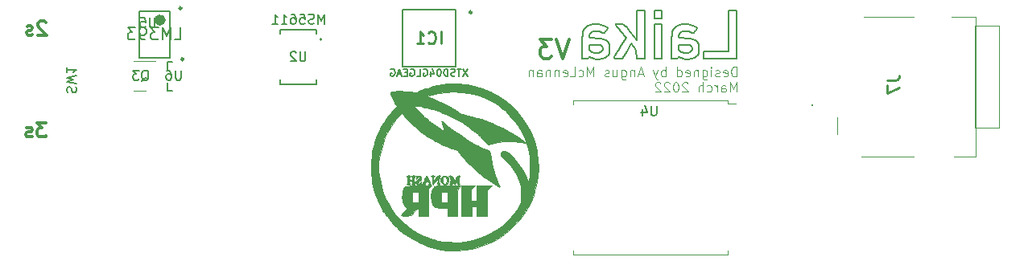
<source format=gbr>
%TF.GenerationSoftware,KiCad,Pcbnew,(6.0.2)*%
%TF.CreationDate,2022-03-31T19:26:32+11:00*%
%TF.ProjectId,Liaka_V3,4c69616b-615f-4563-932e-6b696361645f,2.0*%
%TF.SameCoordinates,Original*%
%TF.FileFunction,Legend,Bot*%
%TF.FilePolarity,Positive*%
%FSLAX46Y46*%
G04 Gerber Fmt 4.6, Leading zero omitted, Abs format (unit mm)*
G04 Created by KiCad (PCBNEW (6.0.2)) date 2022-03-31 19:26:32*
%MOMM*%
%LPD*%
G01*
G04 APERTURE LIST*
%ADD10C,0.187500*%
%ADD11C,0.300000*%
%ADD12C,0.200000*%
%ADD13C,0.100000*%
%ADD14C,0.254000*%
%ADD15C,0.150000*%
%ADD16C,0.120000*%
%ADD17C,0.152400*%
%ADD18C,0.250000*%
%ADD19C,0.249999*%
%ADD20C,0.010000*%
%ADD21C,0.599999*%
G04 APERTURE END LIST*
D10*
X153880628Y-88184485D02*
X153380628Y-88934485D01*
X153380628Y-88184485D02*
X153880628Y-88934485D01*
X153202057Y-88184485D02*
X152773485Y-88184485D01*
X152987771Y-88934485D02*
X152987771Y-88184485D01*
X152559200Y-88898771D02*
X152452057Y-88934485D01*
X152273485Y-88934485D01*
X152202057Y-88898771D01*
X152166342Y-88863057D01*
X152130628Y-88791628D01*
X152130628Y-88720200D01*
X152166342Y-88648771D01*
X152202057Y-88613057D01*
X152273485Y-88577342D01*
X152416342Y-88541628D01*
X152487771Y-88505914D01*
X152523485Y-88470200D01*
X152559200Y-88398771D01*
X152559200Y-88327342D01*
X152523485Y-88255914D01*
X152487771Y-88220200D01*
X152416342Y-88184485D01*
X152237771Y-88184485D01*
X152130628Y-88220200D01*
X151809200Y-88934485D02*
X151809200Y-88184485D01*
X151630628Y-88184485D01*
X151523485Y-88220200D01*
X151452057Y-88291628D01*
X151416342Y-88363057D01*
X151380628Y-88505914D01*
X151380628Y-88613057D01*
X151416342Y-88755914D01*
X151452057Y-88827342D01*
X151523485Y-88898771D01*
X151630628Y-88934485D01*
X151809200Y-88934485D01*
X150916342Y-88184485D02*
X150844914Y-88184485D01*
X150773485Y-88220200D01*
X150737771Y-88255914D01*
X150702057Y-88327342D01*
X150666342Y-88470200D01*
X150666342Y-88648771D01*
X150702057Y-88791628D01*
X150737771Y-88863057D01*
X150773485Y-88898771D01*
X150844914Y-88934485D01*
X150916342Y-88934485D01*
X150987771Y-88898771D01*
X151023485Y-88863057D01*
X151059200Y-88791628D01*
X151094914Y-88648771D01*
X151094914Y-88470200D01*
X151059200Y-88327342D01*
X151023485Y-88255914D01*
X150987771Y-88220200D01*
X150916342Y-88184485D01*
X150023485Y-88434485D02*
X150023485Y-88934485D01*
X150202057Y-88148771D02*
X150380628Y-88684485D01*
X149916342Y-88684485D01*
X149237771Y-88220200D02*
X149309200Y-88184485D01*
X149416342Y-88184485D01*
X149523485Y-88220200D01*
X149594914Y-88291628D01*
X149630628Y-88363057D01*
X149666342Y-88505914D01*
X149666342Y-88613057D01*
X149630628Y-88755914D01*
X149594914Y-88827342D01*
X149523485Y-88898771D01*
X149416342Y-88934485D01*
X149344914Y-88934485D01*
X149237771Y-88898771D01*
X149202057Y-88863057D01*
X149202057Y-88613057D01*
X149344914Y-88613057D01*
X148523485Y-88934485D02*
X148880628Y-88934485D01*
X148880628Y-88184485D01*
X147880628Y-88220200D02*
X147952057Y-88184485D01*
X148059200Y-88184485D01*
X148166342Y-88220200D01*
X148237771Y-88291628D01*
X148273485Y-88363057D01*
X148309200Y-88505914D01*
X148309200Y-88613057D01*
X148273485Y-88755914D01*
X148237771Y-88827342D01*
X148166342Y-88898771D01*
X148059200Y-88934485D01*
X147987771Y-88934485D01*
X147880628Y-88898771D01*
X147844914Y-88863057D01*
X147844914Y-88613057D01*
X147987771Y-88613057D01*
X147523485Y-88541628D02*
X147273485Y-88541628D01*
X147166342Y-88934485D02*
X147523485Y-88934485D01*
X147523485Y-88184485D01*
X147166342Y-88184485D01*
X146880628Y-88720200D02*
X146523485Y-88720200D01*
X146952057Y-88934485D02*
X146702057Y-88184485D01*
X146452057Y-88934485D01*
X145809200Y-88220200D02*
X145880628Y-88184485D01*
X145987771Y-88184485D01*
X146094914Y-88220200D01*
X146166342Y-88291628D01*
X146202057Y-88363057D01*
X146237771Y-88505914D01*
X146237771Y-88613057D01*
X146202057Y-88755914D01*
X146166342Y-88827342D01*
X146094914Y-88898771D01*
X145987771Y-88934485D01*
X145916342Y-88934485D01*
X145809200Y-88898771D01*
X145773485Y-88863057D01*
X145773485Y-88613057D01*
X145916342Y-88613057D01*
D11*
X109565142Y-93844371D02*
X108636571Y-93844371D01*
X109136571Y-94415800D01*
X108922285Y-94415800D01*
X108779428Y-94487228D01*
X108708000Y-94558657D01*
X108636571Y-94701514D01*
X108636571Y-95058657D01*
X108708000Y-95201514D01*
X108779428Y-95272942D01*
X108922285Y-95344371D01*
X109350857Y-95344371D01*
X109493714Y-95272942D01*
X109565142Y-95201514D01*
X108065142Y-95272942D02*
X107922285Y-95344371D01*
X107636571Y-95344371D01*
X107493714Y-95272942D01*
X107422285Y-95130085D01*
X107422285Y-95058657D01*
X107493714Y-94915800D01*
X107636571Y-94844371D01*
X107850857Y-94844371D01*
X107993714Y-94772942D01*
X108065142Y-94630085D01*
X108065142Y-94558657D01*
X107993714Y-94415800D01*
X107850857Y-94344371D01*
X107636571Y-94344371D01*
X107493714Y-94415800D01*
X164534647Y-85061561D02*
X163867980Y-87061561D01*
X163201314Y-85061561D01*
X162725123Y-85061561D02*
X161487028Y-85061561D01*
X162153695Y-85823466D01*
X161867980Y-85823466D01*
X161677504Y-85918704D01*
X161582266Y-86013942D01*
X161487028Y-86204419D01*
X161487028Y-86680609D01*
X161582266Y-86871085D01*
X161677504Y-86966323D01*
X161867980Y-87061561D01*
X162439409Y-87061561D01*
X162629885Y-86966323D01*
X162725123Y-86871085D01*
D12*
X138832885Y-83434180D02*
X138832885Y-82434180D01*
X138499552Y-83148466D01*
X138166219Y-82434180D01*
X138166219Y-83434180D01*
X137737647Y-83386561D02*
X137594790Y-83434180D01*
X137356695Y-83434180D01*
X137261457Y-83386561D01*
X137213838Y-83338942D01*
X137166219Y-83243704D01*
X137166219Y-83148466D01*
X137213838Y-83053228D01*
X137261457Y-83005609D01*
X137356695Y-82957990D01*
X137547171Y-82910371D01*
X137642409Y-82862752D01*
X137690028Y-82815133D01*
X137737647Y-82719895D01*
X137737647Y-82624657D01*
X137690028Y-82529419D01*
X137642409Y-82481800D01*
X137547171Y-82434180D01*
X137309076Y-82434180D01*
X137166219Y-82481800D01*
X136261457Y-82434180D02*
X136737647Y-82434180D01*
X136785266Y-82910371D01*
X136737647Y-82862752D01*
X136642409Y-82815133D01*
X136404314Y-82815133D01*
X136309076Y-82862752D01*
X136261457Y-82910371D01*
X136213838Y-83005609D01*
X136213838Y-83243704D01*
X136261457Y-83338942D01*
X136309076Y-83386561D01*
X136404314Y-83434180D01*
X136642409Y-83434180D01*
X136737647Y-83386561D01*
X136785266Y-83338942D01*
X135356695Y-82434180D02*
X135547171Y-82434180D01*
X135642409Y-82481800D01*
X135690028Y-82529419D01*
X135785266Y-82672276D01*
X135832885Y-82862752D01*
X135832885Y-83243704D01*
X135785266Y-83338942D01*
X135737647Y-83386561D01*
X135642409Y-83434180D01*
X135451933Y-83434180D01*
X135356695Y-83386561D01*
X135309076Y-83338942D01*
X135261457Y-83243704D01*
X135261457Y-83005609D01*
X135309076Y-82910371D01*
X135356695Y-82862752D01*
X135451933Y-82815133D01*
X135642409Y-82815133D01*
X135737647Y-82862752D01*
X135785266Y-82910371D01*
X135832885Y-83005609D01*
X134309076Y-83434180D02*
X134880504Y-83434180D01*
X134594790Y-83434180D02*
X134594790Y-82434180D01*
X134690028Y-82577038D01*
X134785266Y-82672276D01*
X134880504Y-82719895D01*
X133356695Y-83434180D02*
X133928123Y-83434180D01*
X133642409Y-83434180D02*
X133642409Y-82434180D01*
X133737647Y-82577038D01*
X133832885Y-82672276D01*
X133928123Y-82719895D01*
D13*
X182170504Y-88979180D02*
X182170504Y-87979180D01*
X181932409Y-87979180D01*
X181789552Y-88026800D01*
X181694314Y-88122038D01*
X181646695Y-88217276D01*
X181599076Y-88407752D01*
X181599076Y-88550609D01*
X181646695Y-88741085D01*
X181694314Y-88836323D01*
X181789552Y-88931561D01*
X181932409Y-88979180D01*
X182170504Y-88979180D01*
X180789552Y-88931561D02*
X180884790Y-88979180D01*
X181075266Y-88979180D01*
X181170504Y-88931561D01*
X181218123Y-88836323D01*
X181218123Y-88455371D01*
X181170504Y-88360133D01*
X181075266Y-88312514D01*
X180884790Y-88312514D01*
X180789552Y-88360133D01*
X180741933Y-88455371D01*
X180741933Y-88550609D01*
X181218123Y-88645847D01*
X180360980Y-88931561D02*
X180265742Y-88979180D01*
X180075266Y-88979180D01*
X179980028Y-88931561D01*
X179932409Y-88836323D01*
X179932409Y-88788704D01*
X179980028Y-88693466D01*
X180075266Y-88645847D01*
X180218123Y-88645847D01*
X180313361Y-88598228D01*
X180360980Y-88502990D01*
X180360980Y-88455371D01*
X180313361Y-88360133D01*
X180218123Y-88312514D01*
X180075266Y-88312514D01*
X179980028Y-88360133D01*
X179503838Y-88979180D02*
X179503838Y-88312514D01*
X179503838Y-87979180D02*
X179551457Y-88026800D01*
X179503838Y-88074419D01*
X179456219Y-88026800D01*
X179503838Y-87979180D01*
X179503838Y-88074419D01*
X178599076Y-88312514D02*
X178599076Y-89122038D01*
X178646695Y-89217276D01*
X178694314Y-89264895D01*
X178789552Y-89312514D01*
X178932409Y-89312514D01*
X179027647Y-89264895D01*
X178599076Y-88931561D02*
X178694314Y-88979180D01*
X178884790Y-88979180D01*
X178980028Y-88931561D01*
X179027647Y-88883942D01*
X179075266Y-88788704D01*
X179075266Y-88502990D01*
X179027647Y-88407752D01*
X178980028Y-88360133D01*
X178884790Y-88312514D01*
X178694314Y-88312514D01*
X178599076Y-88360133D01*
X178122885Y-88312514D02*
X178122885Y-88979180D01*
X178122885Y-88407752D02*
X178075266Y-88360133D01*
X177980028Y-88312514D01*
X177837171Y-88312514D01*
X177741933Y-88360133D01*
X177694314Y-88455371D01*
X177694314Y-88979180D01*
X176837171Y-88931561D02*
X176932409Y-88979180D01*
X177122885Y-88979180D01*
X177218123Y-88931561D01*
X177265742Y-88836323D01*
X177265742Y-88455371D01*
X177218123Y-88360133D01*
X177122885Y-88312514D01*
X176932409Y-88312514D01*
X176837171Y-88360133D01*
X176789552Y-88455371D01*
X176789552Y-88550609D01*
X177265742Y-88645847D01*
X175932409Y-88979180D02*
X175932409Y-87979180D01*
X175932409Y-88931561D02*
X176027647Y-88979180D01*
X176218123Y-88979180D01*
X176313361Y-88931561D01*
X176360980Y-88883942D01*
X176408600Y-88788704D01*
X176408600Y-88502990D01*
X176360980Y-88407752D01*
X176313361Y-88360133D01*
X176218123Y-88312514D01*
X176027647Y-88312514D01*
X175932409Y-88360133D01*
X174694314Y-88979180D02*
X174694314Y-87979180D01*
X174694314Y-88360133D02*
X174599076Y-88312514D01*
X174408600Y-88312514D01*
X174313361Y-88360133D01*
X174265742Y-88407752D01*
X174218123Y-88502990D01*
X174218123Y-88788704D01*
X174265742Y-88883942D01*
X174313361Y-88931561D01*
X174408600Y-88979180D01*
X174599076Y-88979180D01*
X174694314Y-88931561D01*
X173884790Y-88312514D02*
X173646695Y-88979180D01*
X173408600Y-88312514D02*
X173646695Y-88979180D01*
X173741933Y-89217276D01*
X173789552Y-89264895D01*
X173884790Y-89312514D01*
X172313361Y-88693466D02*
X171837171Y-88693466D01*
X172408600Y-88979180D02*
X172075266Y-87979180D01*
X171741933Y-88979180D01*
X171408600Y-88312514D02*
X171408600Y-88979180D01*
X171408600Y-88407752D02*
X171360980Y-88360133D01*
X171265742Y-88312514D01*
X171122885Y-88312514D01*
X171027647Y-88360133D01*
X170980028Y-88455371D01*
X170980028Y-88979180D01*
X170075266Y-88312514D02*
X170075266Y-89122038D01*
X170122885Y-89217276D01*
X170170504Y-89264895D01*
X170265742Y-89312514D01*
X170408600Y-89312514D01*
X170503838Y-89264895D01*
X170075266Y-88931561D02*
X170170504Y-88979180D01*
X170360980Y-88979180D01*
X170456219Y-88931561D01*
X170503838Y-88883942D01*
X170551457Y-88788704D01*
X170551457Y-88502990D01*
X170503838Y-88407752D01*
X170456219Y-88360133D01*
X170360980Y-88312514D01*
X170170504Y-88312514D01*
X170075266Y-88360133D01*
X169170504Y-88312514D02*
X169170504Y-88979180D01*
X169599076Y-88312514D02*
X169599076Y-88836323D01*
X169551457Y-88931561D01*
X169456219Y-88979180D01*
X169313361Y-88979180D01*
X169218123Y-88931561D01*
X169170504Y-88883942D01*
X168741933Y-88931561D02*
X168646695Y-88979180D01*
X168456219Y-88979180D01*
X168360980Y-88931561D01*
X168313361Y-88836323D01*
X168313361Y-88788704D01*
X168360980Y-88693466D01*
X168456219Y-88645847D01*
X168599076Y-88645847D01*
X168694314Y-88598228D01*
X168741933Y-88502990D01*
X168741933Y-88455371D01*
X168694314Y-88360133D01*
X168599076Y-88312514D01*
X168456219Y-88312514D01*
X168360980Y-88360133D01*
X167122885Y-88979180D02*
X167122885Y-87979180D01*
X166789552Y-88693466D01*
X166456219Y-87979180D01*
X166456219Y-88979180D01*
X165551457Y-88931561D02*
X165646695Y-88979180D01*
X165837171Y-88979180D01*
X165932409Y-88931561D01*
X165980028Y-88883942D01*
X166027647Y-88788704D01*
X166027647Y-88502990D01*
X165980028Y-88407752D01*
X165932409Y-88360133D01*
X165837171Y-88312514D01*
X165646695Y-88312514D01*
X165551457Y-88360133D01*
X164646695Y-88979180D02*
X165122885Y-88979180D01*
X165122885Y-87979180D01*
X163932409Y-88931561D02*
X164027647Y-88979180D01*
X164218123Y-88979180D01*
X164313361Y-88931561D01*
X164360980Y-88836323D01*
X164360980Y-88455371D01*
X164313361Y-88360133D01*
X164218123Y-88312514D01*
X164027647Y-88312514D01*
X163932409Y-88360133D01*
X163884790Y-88455371D01*
X163884790Y-88550609D01*
X164360980Y-88645847D01*
X163456219Y-88312514D02*
X163456219Y-88979180D01*
X163456219Y-88407752D02*
X163408600Y-88360133D01*
X163313361Y-88312514D01*
X163170504Y-88312514D01*
X163075266Y-88360133D01*
X163027647Y-88455371D01*
X163027647Y-88979180D01*
X162551457Y-88312514D02*
X162551457Y-88979180D01*
X162551457Y-88407752D02*
X162503838Y-88360133D01*
X162408600Y-88312514D01*
X162265742Y-88312514D01*
X162170504Y-88360133D01*
X162122885Y-88455371D01*
X162122885Y-88979180D01*
X161218123Y-88979180D02*
X161218123Y-88455371D01*
X161265742Y-88360133D01*
X161360980Y-88312514D01*
X161551457Y-88312514D01*
X161646695Y-88360133D01*
X161218123Y-88931561D02*
X161313361Y-88979180D01*
X161551457Y-88979180D01*
X161646695Y-88931561D01*
X161694314Y-88836323D01*
X161694314Y-88741085D01*
X161646695Y-88645847D01*
X161551457Y-88598228D01*
X161313361Y-88598228D01*
X161218123Y-88550609D01*
X160741933Y-88312514D02*
X160741933Y-88979180D01*
X160741933Y-88407752D02*
X160694314Y-88360133D01*
X160599076Y-88312514D01*
X160456219Y-88312514D01*
X160360980Y-88360133D01*
X160313361Y-88455371D01*
X160313361Y-88979180D01*
X182170504Y-90589180D02*
X182170504Y-89589180D01*
X181837171Y-90303466D01*
X181503838Y-89589180D01*
X181503838Y-90589180D01*
X180599076Y-90589180D02*
X180599076Y-90065371D01*
X180646695Y-89970133D01*
X180741933Y-89922514D01*
X180932409Y-89922514D01*
X181027647Y-89970133D01*
X180599076Y-90541561D02*
X180694314Y-90589180D01*
X180932409Y-90589180D01*
X181027647Y-90541561D01*
X181075266Y-90446323D01*
X181075266Y-90351085D01*
X181027647Y-90255847D01*
X180932409Y-90208228D01*
X180694314Y-90208228D01*
X180599076Y-90160609D01*
X180122885Y-90589180D02*
X180122885Y-89922514D01*
X180122885Y-90112990D02*
X180075266Y-90017752D01*
X180027647Y-89970133D01*
X179932409Y-89922514D01*
X179837171Y-89922514D01*
X179075266Y-90541561D02*
X179170504Y-90589180D01*
X179360980Y-90589180D01*
X179456219Y-90541561D01*
X179503838Y-90493942D01*
X179551457Y-90398704D01*
X179551457Y-90112990D01*
X179503838Y-90017752D01*
X179456219Y-89970133D01*
X179360980Y-89922514D01*
X179170504Y-89922514D01*
X179075266Y-89970133D01*
X178646695Y-90589180D02*
X178646695Y-89589180D01*
X178218123Y-90589180D02*
X178218123Y-90065371D01*
X178265742Y-89970133D01*
X178360980Y-89922514D01*
X178503838Y-89922514D01*
X178599076Y-89970133D01*
X178646695Y-90017752D01*
X177027647Y-89684419D02*
X176980028Y-89636800D01*
X176884790Y-89589180D01*
X176646695Y-89589180D01*
X176551457Y-89636800D01*
X176503838Y-89684419D01*
X176456219Y-89779657D01*
X176456219Y-89874895D01*
X176503838Y-90017752D01*
X177075266Y-90589180D01*
X176456219Y-90589180D01*
X175837171Y-89589180D02*
X175741933Y-89589180D01*
X175646695Y-89636800D01*
X175599076Y-89684419D01*
X175551457Y-89779657D01*
X175503838Y-89970133D01*
X175503838Y-90208228D01*
X175551457Y-90398704D01*
X175599076Y-90493942D01*
X175646695Y-90541561D01*
X175741933Y-90589180D01*
X175837171Y-90589180D01*
X175932409Y-90541561D01*
X175980028Y-90493942D01*
X176027647Y-90398704D01*
X176075266Y-90208228D01*
X176075266Y-89970133D01*
X176027647Y-89779657D01*
X175980028Y-89684419D01*
X175932409Y-89636800D01*
X175837171Y-89589180D01*
X175122885Y-89684419D02*
X175075266Y-89636800D01*
X174980028Y-89589180D01*
X174741933Y-89589180D01*
X174646695Y-89636800D01*
X174599076Y-89684419D01*
X174551457Y-89779657D01*
X174551457Y-89874895D01*
X174599076Y-90017752D01*
X175170504Y-90589180D01*
X174551457Y-90589180D01*
X174170504Y-89684419D02*
X174122885Y-89636800D01*
X174027647Y-89589180D01*
X173789552Y-89589180D01*
X173694314Y-89636800D01*
X173646695Y-89684419D01*
X173599076Y-89779657D01*
X173599076Y-89874895D01*
X173646695Y-90017752D01*
X174218123Y-90589180D01*
X173599076Y-90589180D01*
D11*
X109544514Y-83268428D02*
X109473085Y-83197000D01*
X109330228Y-83125571D01*
X108973085Y-83125571D01*
X108830228Y-83197000D01*
X108758800Y-83268428D01*
X108687371Y-83411285D01*
X108687371Y-83554142D01*
X108758800Y-83768428D01*
X109615942Y-84625571D01*
X108687371Y-84625571D01*
X108115942Y-84554142D02*
X107973085Y-84625571D01*
X107687371Y-84625571D01*
X107544514Y-84554142D01*
X107473085Y-84411285D01*
X107473085Y-84339857D01*
X107544514Y-84197000D01*
X107687371Y-84125571D01*
X107901657Y-84125571D01*
X108044514Y-84054142D01*
X108115942Y-83911285D01*
X108115942Y-83839857D01*
X108044514Y-83697000D01*
X107901657Y-83625571D01*
X107687371Y-83625571D01*
X107544514Y-83697000D01*
D14*
%TO.C,J7*%
X197988523Y-89383236D02*
X198895666Y-89383236D01*
X199077095Y-89322760D01*
X199198047Y-89201808D01*
X199258523Y-89020379D01*
X199258523Y-88899427D01*
X197988523Y-89867046D02*
X197988523Y-90713712D01*
X199258523Y-90169427D01*
D15*
%TO.C,Q3*%
X119602238Y-89447619D02*
X119697476Y-89400000D01*
X119792714Y-89304761D01*
X119935571Y-89161904D01*
X120030809Y-89114285D01*
X120126047Y-89114285D01*
X120078428Y-89352380D02*
X120173666Y-89304761D01*
X120268904Y-89209523D01*
X120316523Y-89019047D01*
X120316523Y-88685714D01*
X120268904Y-88495238D01*
X120173666Y-88400000D01*
X120078428Y-88352380D01*
X119887952Y-88352380D01*
X119792714Y-88400000D01*
X119697476Y-88495238D01*
X119649857Y-88685714D01*
X119649857Y-89019047D01*
X119697476Y-89209523D01*
X119792714Y-89304761D01*
X119887952Y-89352380D01*
X120078428Y-89352380D01*
X119316523Y-88352380D02*
X118697476Y-88352380D01*
X119030809Y-88733333D01*
X118887952Y-88733333D01*
X118792714Y-88780952D01*
X118745095Y-88828571D01*
X118697476Y-88923809D01*
X118697476Y-89161904D01*
X118745095Y-89257142D01*
X118792714Y-89304761D01*
X118887952Y-89352380D01*
X119173666Y-89352380D01*
X119268904Y-89304761D01*
X119316523Y-89257142D01*
%TO.C,U2*%
X136834704Y-86371180D02*
X136834704Y-87180704D01*
X136787085Y-87275942D01*
X136739466Y-87323561D01*
X136644228Y-87371180D01*
X136453752Y-87371180D01*
X136358514Y-87323561D01*
X136310895Y-87275942D01*
X136263276Y-87180704D01*
X136263276Y-86371180D01*
X135834704Y-86466419D02*
X135787085Y-86418800D01*
X135691847Y-86371180D01*
X135453752Y-86371180D01*
X135358514Y-86418800D01*
X135310895Y-86466419D01*
X135263276Y-86561657D01*
X135263276Y-86656895D01*
X135310895Y-86799752D01*
X135882323Y-87371180D01*
X135263276Y-87371180D01*
D14*
%TO.C,IC1*%
X151074361Y-85512123D02*
X151074361Y-84242123D01*
X149743885Y-85391171D02*
X149804361Y-85451647D01*
X149985790Y-85512123D01*
X150106742Y-85512123D01*
X150288171Y-85451647D01*
X150409123Y-85330695D01*
X150469600Y-85209742D01*
X150530076Y-84967838D01*
X150530076Y-84786409D01*
X150469600Y-84544504D01*
X150409123Y-84423552D01*
X150288171Y-84302600D01*
X150106742Y-84242123D01*
X149985790Y-84242123D01*
X149804361Y-84302600D01*
X149743885Y-84363076D01*
X148534361Y-85512123D02*
X149260076Y-85512123D01*
X148897219Y-85512123D02*
X148897219Y-84242123D01*
X149018171Y-84423552D01*
X149139123Y-84544504D01*
X149260076Y-84604980D01*
D15*
%TO.C,SW1*%
X111787038Y-90665133D02*
X111739419Y-90522276D01*
X111739419Y-90284180D01*
X111787038Y-90188942D01*
X111834657Y-90141323D01*
X111929895Y-90093704D01*
X112025133Y-90093704D01*
X112120371Y-90141323D01*
X112167990Y-90188942D01*
X112215609Y-90284180D01*
X112263228Y-90474657D01*
X112310847Y-90569895D01*
X112358466Y-90617514D01*
X112453704Y-90665133D01*
X112548942Y-90665133D01*
X112644180Y-90617514D01*
X112691800Y-90569895D01*
X112739419Y-90474657D01*
X112739419Y-90236561D01*
X112691800Y-90093704D01*
X112739419Y-89760371D02*
X111739419Y-89522276D01*
X112453704Y-89331800D01*
X111739419Y-89141323D01*
X112739419Y-88903228D01*
X111739419Y-87998466D02*
X111739419Y-88569895D01*
X111739419Y-88284180D02*
X112739419Y-88284180D01*
X112596561Y-88379419D01*
X112501323Y-88474657D01*
X112453704Y-88569895D01*
%TO.C,U6*%
X123743404Y-88352380D02*
X123743404Y-89161904D01*
X123695785Y-89257142D01*
X123648166Y-89304761D01*
X123552928Y-89352380D01*
X123362452Y-89352380D01*
X123267214Y-89304761D01*
X123219595Y-89257142D01*
X123171976Y-89161904D01*
X123171976Y-88352380D01*
X122267214Y-88352380D02*
X122457690Y-88352380D01*
X122552928Y-88400000D01*
X122600547Y-88447619D01*
X122695785Y-88590476D01*
X122743404Y-88780952D01*
X122743404Y-89161904D01*
X122695785Y-89257142D01*
X122648166Y-89304761D01*
X122552928Y-89352380D01*
X122362452Y-89352380D01*
X122267214Y-89304761D01*
X122219595Y-89257142D01*
X122171976Y-89161904D01*
X122171976Y-88923809D01*
X122219595Y-88828571D01*
X122267214Y-88780952D01*
X122362452Y-88733333D01*
X122552928Y-88733333D01*
X122648166Y-88780952D01*
X122695785Y-88828571D01*
X122743404Y-88923809D01*
%TO.C,U4*%
X173761304Y-92086180D02*
X173761304Y-92895704D01*
X173713685Y-92990942D01*
X173666066Y-93038561D01*
X173570828Y-93086180D01*
X173380352Y-93086180D01*
X173285114Y-93038561D01*
X173237495Y-92990942D01*
X173189876Y-92895704D01*
X173189876Y-92086180D01*
X172285114Y-92419514D02*
X172285114Y-93086180D01*
X172523209Y-92038561D02*
X172761304Y-92752847D01*
X172142257Y-92752847D01*
%TO.C,U5*%
X121000204Y-82789780D02*
X121000204Y-83599304D01*
X120952585Y-83694542D01*
X120904966Y-83742161D01*
X120809728Y-83789780D01*
X120619252Y-83789780D01*
X120524014Y-83742161D01*
X120476395Y-83694542D01*
X120428776Y-83599304D01*
X120428776Y-82789780D01*
X119476395Y-82789780D02*
X119952585Y-82789780D01*
X120000204Y-83265971D01*
X119952585Y-83218352D01*
X119857347Y-83170733D01*
X119619252Y-83170733D01*
X119524014Y-83218352D01*
X119476395Y-83265971D01*
X119428776Y-83361209D01*
X119428776Y-83599304D01*
X119476395Y-83694542D01*
X119524014Y-83742161D01*
X119619252Y-83789780D01*
X119857347Y-83789780D01*
X119952585Y-83742161D01*
X120000204Y-83694542D01*
X123101704Y-85105723D02*
X123706466Y-85105723D01*
X123706466Y-83835723D01*
X122678371Y-85105723D02*
X122678371Y-83835723D01*
X122255038Y-84742866D01*
X121831704Y-83835723D01*
X121831704Y-85105723D01*
X121347895Y-83835723D02*
X120561704Y-83835723D01*
X120985038Y-84319533D01*
X120803609Y-84319533D01*
X120682657Y-84380009D01*
X120622180Y-84440485D01*
X120561704Y-84561438D01*
X120561704Y-84863819D01*
X120622180Y-84984771D01*
X120682657Y-85045247D01*
X120803609Y-85105723D01*
X121166466Y-85105723D01*
X121287419Y-85045247D01*
X121347895Y-84984771D01*
X119956942Y-85105723D02*
X119715038Y-85105723D01*
X119594085Y-85045247D01*
X119533609Y-84984771D01*
X119412657Y-84803342D01*
X119352180Y-84561438D01*
X119352180Y-84077628D01*
X119412657Y-83956676D01*
X119473133Y-83896200D01*
X119594085Y-83835723D01*
X119835990Y-83835723D01*
X119956942Y-83896200D01*
X120017419Y-83956676D01*
X120077895Y-84077628D01*
X120077895Y-84380009D01*
X120017419Y-84500961D01*
X119956942Y-84561438D01*
X119835990Y-84621914D01*
X119594085Y-84621914D01*
X119473133Y-84561438D01*
X119412657Y-84500961D01*
X119352180Y-84380009D01*
X118928847Y-83835723D02*
X118142657Y-83835723D01*
X118565990Y-84319533D01*
X118384561Y-84319533D01*
X118263609Y-84380009D01*
X118203133Y-84440485D01*
X118142657Y-84561438D01*
X118142657Y-84863819D01*
X118203133Y-84984771D01*
X118263609Y-85045247D01*
X118384561Y-85105723D01*
X118747419Y-85105723D01*
X118868371Y-85045247D01*
X118928847Y-84984771D01*
D13*
%TO.C,J7*%
X204784000Y-82656570D02*
X207284000Y-82656570D01*
X207284000Y-82656570D02*
X207284000Y-82656570D01*
X205034000Y-97406570D02*
X205034000Y-97406570D01*
X207284000Y-97406570D02*
X205034000Y-97406570D01*
X195534000Y-82656570D02*
X195534000Y-82656570D01*
X195284000Y-97406570D02*
X195284000Y-97406570D01*
X200784000Y-97406570D02*
X200784000Y-97406570D01*
X207284000Y-82656570D02*
X204784000Y-82656570D01*
X205034000Y-97406570D02*
X207284000Y-97406570D01*
D12*
X190134000Y-92031570D02*
X190134000Y-92031570D01*
X190134000Y-91931570D02*
X190134000Y-91931570D01*
D13*
X192784000Y-93281570D02*
X192784000Y-95031570D01*
X200784000Y-97406570D02*
X195284000Y-97406570D01*
X200784000Y-82656570D02*
X195534000Y-82656570D01*
X192784000Y-93281570D02*
X192784000Y-93281570D01*
X200784000Y-82656570D02*
X200784000Y-82656570D01*
X192784000Y-95031570D02*
X192784000Y-93281570D01*
X207284000Y-82656570D02*
X207284000Y-97406570D01*
X207284000Y-97406570D02*
X207284000Y-97406570D01*
X207284000Y-97406570D02*
X207284000Y-82656570D01*
X207284000Y-82656570D02*
X207284000Y-82656570D01*
X195284000Y-97406570D02*
X200784000Y-97406570D01*
X207284000Y-97406570D02*
X207284000Y-97406570D01*
X195534000Y-82656570D02*
X200784000Y-82656570D01*
D12*
X190134000Y-91931570D02*
X190134000Y-91931570D01*
D13*
X192784000Y-95031570D02*
X192784000Y-95031570D01*
X204784000Y-82656570D02*
X204784000Y-82656570D01*
D16*
X207273000Y-83666570D02*
X209784000Y-83666570D01*
X209784000Y-83666570D02*
X209784000Y-94396570D01*
X209784000Y-94396570D02*
X207273000Y-94396570D01*
X207273000Y-94396570D02*
X207273000Y-83666570D01*
D12*
X190134000Y-91931570D02*
G75*
G03*
X190134000Y-92031570I0J-50000D01*
G01*
X190134000Y-92031570D02*
G75*
G03*
X190134000Y-91931570I0J50000D01*
G01*
X190134000Y-92031570D02*
G75*
G03*
X190134000Y-91931570I0J50000D01*
G01*
%TO.C,H6*%
X171068145Y-85499130D02*
X170629473Y-86314761D01*
X177915957Y-83792444D02*
X178019359Y-83866855D01*
X174340800Y-82433200D02*
X174340800Y-82833200D01*
X181340800Y-84183200D02*
X181340800Y-82033200D01*
X173940800Y-82033200D02*
X174340800Y-82033200D01*
X171640800Y-87133200D02*
X171638110Y-86658200D01*
X174340800Y-87133200D02*
X173940800Y-87133200D01*
X173940800Y-82833200D02*
X173540800Y-82833200D01*
X173940800Y-87133200D02*
X173540800Y-87133200D01*
X181340800Y-86333200D02*
X181340800Y-84183200D01*
X172540800Y-84583200D02*
X172540800Y-87133200D01*
X169793323Y-86160007D02*
X169934453Y-85920855D01*
X170976532Y-84298039D02*
X171640800Y-85162878D01*
X182140800Y-87133200D02*
X180440800Y-87133200D01*
X169345950Y-86897782D02*
X169688385Y-86333200D01*
X173540800Y-82433200D02*
X173540800Y-82033200D01*
X166890858Y-86992434D02*
X166745927Y-86901623D01*
X168515957Y-83792444D02*
X168619359Y-83866855D01*
X174340800Y-82033200D02*
X174340800Y-82433200D01*
X169709465Y-83436202D02*
X169876532Y-83433200D01*
X177615800Y-83630508D02*
X177778627Y-83710773D01*
X169990838Y-84187686D02*
X169779999Y-83927454D01*
X182140800Y-84583200D02*
X182140800Y-87133200D01*
X177793732Y-84230446D02*
X177655985Y-84349218D01*
X169602374Y-83701510D02*
X169450536Y-83503715D01*
X180440800Y-87133200D02*
X178740800Y-87133200D01*
X171640800Y-83598039D02*
X171640800Y-82033200D01*
X166290800Y-87133200D02*
X165940800Y-87133200D01*
X173540800Y-83433200D02*
X173940800Y-83433200D01*
X168215800Y-83630508D02*
X168378627Y-83710773D01*
X181740800Y-82033200D02*
X182140800Y-82033200D01*
X175340800Y-85723630D02*
X175347780Y-84984789D01*
X172540800Y-87133200D02*
X172090800Y-87133200D01*
X173540800Y-85283200D02*
X173540800Y-83433200D01*
X170540876Y-84858723D02*
X169990838Y-84187686D01*
X169779999Y-83927454D02*
X169602374Y-83701510D01*
X174340800Y-83433200D02*
X174340800Y-85283200D01*
X174340800Y-85283200D02*
X174340800Y-87133200D01*
X168393732Y-84230446D02*
X168255985Y-84349218D01*
X169688385Y-86333200D02*
X169793323Y-86160007D01*
X181340800Y-82033200D02*
X181740800Y-82033200D01*
X170541428Y-83743467D02*
X170976532Y-84298039D01*
X173540800Y-87133200D02*
X173540800Y-85283200D01*
X171640800Y-85162878D02*
X171640800Y-83598039D01*
X173940800Y-83433200D02*
X174340800Y-83433200D01*
X177888339Y-84135168D02*
X177793732Y-84230446D01*
X170190800Y-87130393D02*
X169712282Y-87131797D01*
X170085005Y-85661858D02*
X170222660Y-85420962D01*
X174340800Y-82833200D02*
X173940800Y-82833200D01*
X169568797Y-83445457D02*
X169709465Y-83436202D01*
X182140800Y-82033200D02*
X182140800Y-84583200D01*
X178740800Y-86333200D02*
X180040800Y-86333200D01*
X165947780Y-84984789D02*
X165973671Y-84539586D01*
X176290858Y-86992434D02*
X176145927Y-86901623D01*
X171640800Y-82033200D02*
X172090800Y-82033200D01*
X176692944Y-85633200D02*
X176261289Y-85638260D01*
X172090800Y-82033200D02*
X172540800Y-82033200D01*
X173540800Y-82833200D02*
X173540800Y-82433200D01*
X169934453Y-85920855D02*
X170085005Y-85661858D01*
X178026862Y-83958056D02*
X177968224Y-84040829D01*
X171351783Y-85841165D02*
X171068145Y-85499130D01*
X180040800Y-86333200D02*
X181340800Y-86333200D01*
X167687266Y-85640284D02*
X167292944Y-85633200D01*
X167292944Y-85633200D02*
X166861289Y-85638260D01*
X172090800Y-87133200D02*
X171640800Y-87133200D01*
X175347780Y-84984789D02*
X175373671Y-84539586D01*
X170629473Y-86314761D02*
X170190800Y-87130393D01*
X170222660Y-85420962D02*
X170540876Y-84858723D01*
X168488339Y-84135168D02*
X168393732Y-84230446D01*
X169455415Y-83458279D02*
X169568797Y-83445457D01*
X178740800Y-86733200D02*
X178740800Y-86333200D01*
X177087266Y-85640284D02*
X176692944Y-85633200D01*
X173540800Y-82033200D02*
X173940800Y-82033200D01*
X165940800Y-85723630D02*
X165947780Y-84984789D01*
X178740800Y-87133200D02*
X178740800Y-86733200D01*
X172540800Y-82033200D02*
X172540800Y-84583200D01*
X175690800Y-87133200D02*
X175340800Y-87133200D01*
X175340800Y-87133200D02*
X175340800Y-85723630D01*
X168626862Y-83958056D02*
X168568224Y-84040829D01*
X165940800Y-87133200D02*
X165940800Y-85723630D01*
X168515956Y-83792444D02*
G75*
G03*
X168378627Y-83710773I-943585J-1430334D01*
G01*
X176122457Y-85669230D02*
G75*
G03*
X176059498Y-85746402I44315J-100422D01*
G01*
X176389403Y-83477528D02*
G75*
G03*
X175859078Y-83679691I307304J-1602806D01*
G01*
X168071781Y-86234585D02*
G75*
G03*
X168122849Y-86146103I-142854J141427D01*
G01*
X178188722Y-85604343D02*
G75*
G03*
X178065800Y-85339344I-587901J-111696D01*
G01*
X176083741Y-86882879D02*
G75*
G03*
X176051394Y-86906055I-1483J-32092D01*
G01*
X176051393Y-86906055D02*
G75*
G03*
X176040800Y-86980895I259039J-74835D01*
G01*
X176145927Y-86901623D02*
G75*
G03*
X176083740Y-86882878I-68317J-114116D01*
G01*
X167972844Y-85747920D02*
G75*
G03*
X167864456Y-85672806I-185347J-151694D01*
G01*
X168122850Y-86146103D02*
G75*
G03*
X168121690Y-86047838I-172538J47104D01*
G01*
X166653579Y-84679826D02*
G75*
G03*
X166657823Y-84826849I122575J-70034D01*
G01*
X176193379Y-86321071D02*
G75*
G03*
X176396948Y-86433332I366831J424492D01*
G01*
X167664106Y-86498483D02*
G75*
G03*
X167801443Y-86446375I-128519J545765D01*
G01*
X177393018Y-84335041D02*
G75*
G03*
X177483692Y-84389516I223502J269319D01*
G01*
X176053579Y-84679826D02*
G75*
G03*
X176057823Y-84826849I122575J-70034D01*
G01*
X176080099Y-86154085D02*
G75*
G03*
X176193379Y-86321071I367889J127652D01*
G01*
X166944958Y-84306925D02*
G75*
G03*
X166830806Y-84420710I475905J-591592D01*
G01*
X175690801Y-87133200D02*
G75*
G03*
X175852476Y-87125013I2J1600410D01*
G01*
X171638110Y-86658201D02*
G75*
G03*
X171622613Y-86405866I-2271299J-12847D01*
G01*
X166830806Y-84420710D02*
G75*
G03*
X166653580Y-84679826I1511884J-1224240D01*
G01*
X176396948Y-86433332D02*
G75*
G03*
X176713425Y-86502211I582657J1915628D01*
G01*
X169455415Y-83458279D02*
G75*
G03*
X169440800Y-83474925I2171J-16645D01*
G01*
X167859213Y-87144490D02*
G75*
G03*
X168376656Y-87001867I-277264J2015893D01*
G01*
X176290857Y-86992433D02*
G75*
G03*
X176713288Y-87147765I546424J833945D01*
G01*
X168121690Y-86047838D02*
G75*
G03*
X168064348Y-85894948I-1139659J-340236D01*
G01*
X166558350Y-87097321D02*
G75*
G03*
X166618410Y-87049312I-58810J135144D01*
G01*
X177464348Y-85894947D02*
G75*
G03*
X177372843Y-85747920I-611680J-278702D01*
G01*
X168488338Y-84135168D02*
G75*
G03*
X168568224Y-84040829I-1019943J944678D01*
G01*
X178218487Y-86482345D02*
G75*
G03*
X178237478Y-86043510I-2848785J343112D01*
G01*
X177259213Y-87144490D02*
G75*
G03*
X177776656Y-87001867I-277264J2015893D01*
G01*
X178237478Y-86043510D02*
G75*
G03*
X178188724Y-85604342I-2863475J-95597D01*
G01*
X168640800Y-83910880D02*
G75*
G03*
X168619359Y-83866855I-55918J0D01*
G01*
X176018410Y-87049312D02*
G75*
G03*
X176040800Y-86980895I-93337J68417D01*
G01*
X168164235Y-84394918D02*
G75*
G03*
X168255985Y-84349218I-63030J241493D01*
G01*
X166861289Y-85638259D02*
G75*
G03*
X166722458Y-85669232I8565J-365030D01*
G01*
X168454231Y-85170769D02*
G75*
G03*
X168117964Y-85044469I-821537J-1676502D01*
G01*
X168712620Y-86741867D02*
G75*
G03*
X168818487Y-86482346I-420612J322935D01*
G01*
X166618410Y-87049312D02*
G75*
G03*
X166640800Y-86980895I-93337J68417D01*
G01*
X178065800Y-85339344D02*
G75*
G03*
X177854231Y-85170769I-487828J-395194D01*
G01*
X167764280Y-84241831D02*
G75*
G03*
X167598051Y-84210293I-378623J-1541783D01*
G01*
X177082928Y-84963714D02*
G75*
G03*
X176565800Y-84935586I-540766J-5174165D01*
G01*
X176713425Y-86502211D02*
G75*
G03*
X176908245Y-86515975I206841J1542037D01*
G01*
X168117964Y-85044470D02*
G75*
G03*
X167682928Y-84963715I-724952J-2693223D01*
G01*
X166890857Y-86992433D02*
G75*
G03*
X167313288Y-87147765I546424J833945D01*
G01*
X177564235Y-84394918D02*
G75*
G03*
X177655985Y-84349218I-63030J241493D01*
G01*
X176830093Y-84196794D02*
G75*
G03*
X176619055Y-84203173I-49048J-1871434D01*
G01*
X177393018Y-84335041D02*
G75*
G03*
X177306353Y-84285179I-188015J-226541D01*
G01*
X175852475Y-87125013D02*
G75*
G03*
X175958350Y-87097322I-35878J353428D01*
G01*
X176197843Y-84913564D02*
G75*
G03*
X176565800Y-84935586I383136J3316628D01*
G01*
X166452475Y-87125013D02*
G75*
G03*
X166558350Y-87097322I-35878J353428D01*
G01*
X166659498Y-85746402D02*
G75*
G03*
X166640800Y-85920956I805455J-174558D01*
G01*
X171492089Y-86034194D02*
G75*
G03*
X171351783Y-85841165I-1580853J-1001560D01*
G01*
X167682928Y-84963714D02*
G75*
G03*
X167165800Y-84935586I-540766J-5174165D01*
G01*
X167313425Y-86502211D02*
G75*
G03*
X167508245Y-86515975I206841J1542037D01*
G01*
X177064106Y-86498483D02*
G75*
G03*
X177201443Y-86446375I-128519J545765D01*
G01*
X176261289Y-85638259D02*
G75*
G03*
X176122458Y-85669232I8565J-365030D01*
G01*
X177483691Y-84389516D02*
G75*
G03*
X177564234Y-84394918I48360J117902D01*
G01*
X177521690Y-86047838D02*
G75*
G03*
X177464348Y-85894948I-1139659J-340236D01*
G01*
X177164280Y-84241831D02*
G75*
G03*
X176998051Y-84210293I-378623J-1541783D01*
G01*
X177471781Y-86234585D02*
G75*
G03*
X177522849Y-86146103I-142854J141427D01*
G01*
X169345950Y-86897782D02*
G75*
G03*
X169308254Y-87043155I230505J-137345D01*
G01*
X176713289Y-87147765D02*
G75*
G03*
X177259213Y-87144490I260503J2078429D01*
G01*
X176466825Y-84237553D02*
G75*
G03*
X176344959Y-84306925I154087J-412412D01*
G01*
X167608493Y-83458168D02*
G75*
G03*
X166989403Y-83477528I-248855J-1950415D01*
G01*
X176230806Y-84420710D02*
G75*
G03*
X176053580Y-84679826I1511884J-1224240D01*
G01*
X178040800Y-83910880D02*
G75*
G03*
X178019359Y-83866855I-55918J0D01*
G01*
X166290801Y-87133200D02*
G75*
G03*
X166452476Y-87125013I2J1600410D01*
G01*
X167219054Y-84203173D02*
G75*
G03*
X167066824Y-84237553I50013J-575668D01*
G01*
X176998050Y-84210293D02*
G75*
G03*
X176830092Y-84196795I-208894J-1547592D01*
G01*
X168818487Y-86482345D02*
G75*
G03*
X168837478Y-86043510I-2848785J343112D01*
G01*
X169440800Y-83474926D02*
G75*
G03*
X169450536Y-83503715I47436J1D01*
G01*
X166680099Y-86154085D02*
G75*
G03*
X166793379Y-86321071I367889J127652D01*
G01*
X177776656Y-87001867D02*
G75*
G03*
X178112620Y-86741866I-325867J768134D01*
G01*
X176344958Y-84306925D02*
G75*
G03*
X176230806Y-84420710I475905J-591592D01*
G01*
X175859078Y-83679691D02*
G75*
G03*
X175505585Y-84035101I521730J-872414D01*
G01*
X177201443Y-86446376D02*
G75*
G03*
X177338750Y-86354969I-419736J779338D01*
G01*
X166657824Y-84826849D02*
G75*
G03*
X166797844Y-84913564I162231J105553D01*
G01*
X168064348Y-85894947D02*
G75*
G03*
X167972843Y-85747920I-611680J-278702D01*
G01*
X166459078Y-83679691D02*
G75*
G03*
X166105585Y-84035101I521730J-872414D01*
G01*
X168626862Y-83958056D02*
G75*
G03*
X168640800Y-83910880I-72860J47173D01*
G01*
X176057824Y-84826849D02*
G75*
G03*
X176197844Y-84913564I162231J105553D01*
G01*
X178026862Y-83958056D02*
G75*
G03*
X178040800Y-83910880I-72860J47173D01*
G01*
X177306353Y-84285179D02*
G75*
G03*
X177164280Y-84241831I-462506J-1261368D01*
G01*
X168083691Y-84389516D02*
G75*
G03*
X168164234Y-84394918I48360J117902D01*
G01*
X167508245Y-86515975D02*
G75*
G03*
X167664106Y-86498483I5093J657758D01*
G01*
X166745927Y-86901623D02*
G75*
G03*
X166683740Y-86882878I-68317J-114116D01*
G01*
X169378451Y-87117565D02*
G75*
G03*
X169712282Y-87131797I323078J3655893D01*
G01*
X177264456Y-85672806D02*
G75*
G03*
X177087266Y-85640284I-199489J-587926D01*
G01*
X177522850Y-86146103D02*
G75*
G03*
X177521690Y-86047838I-172538J47104D01*
G01*
X168376656Y-87001867D02*
G75*
G03*
X168712620Y-86741866I-325867J768134D01*
G01*
X176040801Y-85920956D02*
G75*
G03*
X176080099Y-86154085I711127J-4D01*
G01*
X167313289Y-87147765D02*
G75*
G03*
X167859213Y-87144490I260503J2078429D01*
G01*
X167993018Y-84335041D02*
G75*
G03*
X168083692Y-84389516I223502J269319D01*
G01*
X177888338Y-84135168D02*
G75*
G03*
X177968224Y-84040829I-1019943J944678D01*
G01*
X177372844Y-85747920D02*
G75*
G03*
X177264456Y-85672806I-185347J-151694D01*
G01*
X166105586Y-84035100D02*
G75*
G03*
X166022320Y-84243101I633791J-374383D01*
G01*
X166989403Y-83477528D02*
G75*
G03*
X166459078Y-83679691I307304J-1602806D01*
G01*
X166793379Y-86321071D02*
G75*
G03*
X166996948Y-86433332I366831J424492D01*
G01*
X167801443Y-86446376D02*
G75*
G03*
X167938750Y-86354969I-419736J779338D01*
G01*
X177517964Y-85044470D02*
G75*
G03*
X177082928Y-84963715I-724952J-2693223D01*
G01*
X170541428Y-83743467D02*
G75*
G03*
X170342053Y-83545933I-958695J-768246D01*
G01*
X175422320Y-84243101D02*
G75*
G03*
X175373671Y-84539586I2240876J-519930D01*
G01*
X170342054Y-83545932D02*
G75*
G03*
X170155587Y-83460370I-271064J-344768D01*
G01*
X176908245Y-86515975D02*
G75*
G03*
X177064106Y-86498483I5093J657758D01*
G01*
X177008493Y-83458168D02*
G75*
G03*
X176389403Y-83477528I-248855J-1950415D01*
G01*
X166683741Y-86882879D02*
G75*
G03*
X166651394Y-86906055I-1483J-32092D01*
G01*
X166722457Y-85669230D02*
G75*
G03*
X166659498Y-85746402I44315J-100422D01*
G01*
X167430093Y-84196794D02*
G75*
G03*
X167219055Y-84203173I-49048J-1871434D01*
G01*
X176619054Y-84203173D02*
G75*
G03*
X176466824Y-84237553I50013J-575668D01*
G01*
X167598050Y-84210293D02*
G75*
G03*
X167430092Y-84196795I-208894J-1547592D01*
G01*
X171622613Y-86405866D02*
G75*
G03*
X171577504Y-86210611I-906221J-106523D01*
G01*
X177854232Y-85170769D02*
G75*
G03*
X177517965Y-85044469I-821537J-1676502D01*
G01*
X175505586Y-84035100D02*
G75*
G03*
X175422320Y-84243101I633791J-374383D01*
G01*
X167864456Y-85672806D02*
G75*
G03*
X167687266Y-85640284I-199489J-587926D01*
G01*
X166996948Y-86433332D02*
G75*
G03*
X167313425Y-86502211I582657J1915628D01*
G01*
X175958350Y-87097321D02*
G75*
G03*
X176018410Y-87049312I-58810J135144D01*
G01*
X166797843Y-84913564D02*
G75*
G03*
X167165800Y-84935586I383136J3316628D01*
G01*
X166022320Y-84243101D02*
G75*
G03*
X165973671Y-84539586I2240876J-519930D01*
G01*
X167938750Y-86354969D02*
G75*
G03*
X168071780Y-86234586I-1029231J1271053D01*
G01*
X177338750Y-86354969D02*
G75*
G03*
X177471780Y-86234586I-1029231J1271053D01*
G01*
X169308253Y-87043155D02*
G75*
G03*
X169378451Y-87117564I76976J2302D01*
G01*
X168837478Y-86043510D02*
G75*
G03*
X168788724Y-85604342I-2863475J-95597D01*
G01*
X177615800Y-83630508D02*
G75*
G03*
X177008493Y-83458168I-875347J-1928414D01*
G01*
X167906353Y-84285179D02*
G75*
G03*
X167764280Y-84241831I-462506J-1261368D01*
G01*
X167066825Y-84237553D02*
G75*
G03*
X166944959Y-84306925I154087J-412412D01*
G01*
X167993018Y-84335041D02*
G75*
G03*
X167906353Y-84285179I-188015J-226541D01*
G01*
X168665800Y-85339344D02*
G75*
G03*
X168454231Y-85170769I-487828J-395194D01*
G01*
X171577504Y-86210610D02*
G75*
G03*
X171492089Y-86034194I-814323J-285384D01*
G01*
X170155587Y-83460370D02*
G75*
G03*
X169876532Y-83433200I-279045J-1419357D01*
G01*
X168215800Y-83630508D02*
G75*
G03*
X167608493Y-83458168I-875347J-1928414D01*
G01*
X176059498Y-85746402D02*
G75*
G03*
X176040800Y-85920956I805455J-174558D01*
G01*
X166651393Y-86906055D02*
G75*
G03*
X166640800Y-86980895I259039J-74835D01*
G01*
X168788722Y-85604343D02*
G75*
G03*
X168665800Y-85339344I-587901J-111696D01*
G01*
X166640801Y-85920956D02*
G75*
G03*
X166680099Y-86154085I711127J-4D01*
G01*
X178112620Y-86741867D02*
G75*
G03*
X178218487Y-86482346I-420612J322935D01*
G01*
X177915956Y-83792444D02*
G75*
G03*
X177778627Y-83710773I-943585J-1430334D01*
G01*
D16*
%TO.C,Q3*%
X119380000Y-87340000D02*
X118730000Y-87340000D01*
X119380000Y-90460000D02*
X118730000Y-90460000D01*
X119380000Y-90460000D02*
X120030000Y-90460000D01*
X119380000Y-87340000D02*
X121055000Y-87340000D01*
D17*
%TO.C,U2*%
X137952400Y-89335652D02*
X137952400Y-89801700D01*
X137952400Y-84035900D02*
X137952400Y-84501948D01*
X137952400Y-89801700D02*
X134193200Y-89801700D01*
X134193200Y-84035900D02*
X137952400Y-84035900D01*
X134193200Y-84501948D02*
X134193200Y-84035900D01*
X134193200Y-89801700D02*
X134193200Y-89335652D01*
X138521700Y-85043800D02*
G75*
G03*
X138521700Y-85043800I-76200J0D01*
G01*
D12*
%TO.C,IC1*%
X152609600Y-81937600D02*
X147059600Y-81937600D01*
X147059600Y-87937600D02*
X152609600Y-87937600D01*
X152609600Y-87937600D02*
X152609600Y-81937600D01*
X147059600Y-81937600D02*
X147059600Y-87937600D01*
D18*
X154334600Y-82207600D02*
G75*
G03*
X154334600Y-82207600I-125000J0D01*
G01*
D15*
%TO.C,U6*%
X122837600Y-87450800D02*
X122337601Y-87450800D01*
X122837600Y-90450800D02*
X122337601Y-90450800D01*
X122337601Y-88250799D02*
X122337601Y-87450800D01*
X122337601Y-90450800D02*
X122337601Y-89650799D01*
D19*
X124012602Y-87150799D02*
G75*
G03*
X124012602Y-87150799I-125001J0D01*
G01*
D20*
%TO.C,H5*%
X153212800Y-103670100D02*
X154292300Y-103670100D01*
X154292300Y-103670100D02*
X154292300Y-102654100D01*
X154292300Y-102654100D02*
X154863800Y-102654100D01*
X154863800Y-102654100D02*
X154863800Y-103670100D01*
X154863800Y-103670100D02*
X155943300Y-103670100D01*
X155943300Y-103670100D02*
X155943300Y-102241350D01*
X155943300Y-102241350D02*
X155945318Y-101830688D01*
X155945318Y-101830688D02*
X155950971Y-101466148D01*
X155950971Y-101466148D02*
X155959662Y-101165658D01*
X155959662Y-101165658D02*
X155970795Y-100947144D01*
X155970795Y-100947144D02*
X155983772Y-100828533D01*
X155983772Y-100828533D02*
X155990925Y-100812284D01*
X155990925Y-100812284D02*
X156066498Y-100775247D01*
X156066498Y-100775247D02*
X156194118Y-100683824D01*
X156194118Y-100683824D02*
X156229050Y-100655818D01*
X156229050Y-100655818D02*
X156419550Y-100499667D01*
X156419550Y-100499667D02*
X155641675Y-100497383D01*
X155641675Y-100497383D02*
X154863800Y-100495100D01*
X154863800Y-100495100D02*
X154863800Y-102082600D01*
X154863800Y-102082600D02*
X154228800Y-102082600D01*
X154228800Y-102082600D02*
X154228800Y-101498248D01*
X154228800Y-101498248D02*
X154230739Y-101221067D01*
X154230739Y-101221067D02*
X154242217Y-101037660D01*
X154242217Y-101037660D02*
X154271730Y-100914803D01*
X154271730Y-100914803D02*
X154327772Y-100819275D01*
X154327772Y-100819275D02*
X154418838Y-100717852D01*
X154418838Y-100717852D02*
X154431757Y-100704498D01*
X154431757Y-100704498D02*
X154634714Y-100495100D01*
X154634714Y-100495100D02*
X153212800Y-100495100D01*
X153212800Y-100495100D02*
X153212800Y-103670100D01*
X153212800Y-103670100D02*
X153212800Y-103670100D01*
G36*
X154431757Y-100704498D02*
G01*
X154418838Y-100717852D01*
X154327772Y-100819275D01*
X154271730Y-100914803D01*
X154242217Y-101037660D01*
X154230739Y-101221067D01*
X154228800Y-101498248D01*
X154228800Y-102082600D01*
X154863800Y-102082600D01*
X154863800Y-100495100D01*
X155641675Y-100497383D01*
X156419550Y-100499667D01*
X156229050Y-100655818D01*
X156194118Y-100683824D01*
X156066498Y-100775247D01*
X155990925Y-100812284D01*
X155983772Y-100828533D01*
X155970795Y-100947144D01*
X155959662Y-101165658D01*
X155950971Y-101466148D01*
X155945318Y-101830688D01*
X155943300Y-102241350D01*
X155943300Y-103670100D01*
X154863800Y-103670100D01*
X154863800Y-102654100D01*
X154292300Y-102654100D01*
X154292300Y-103670100D01*
X153212800Y-103670100D01*
X153212800Y-100495100D01*
X154634714Y-100495100D01*
X154431757Y-100704498D01*
G37*
X154431757Y-100704498D02*
X154418838Y-100717852D01*
X154327772Y-100819275D01*
X154271730Y-100914803D01*
X154242217Y-101037660D01*
X154230739Y-101221067D01*
X154228800Y-101498248D01*
X154228800Y-102082600D01*
X154863800Y-102082600D01*
X154863800Y-100495100D01*
X155641675Y-100497383D01*
X156419550Y-100499667D01*
X156229050Y-100655818D01*
X156194118Y-100683824D01*
X156066498Y-100775247D01*
X155990925Y-100812284D01*
X155983772Y-100828533D01*
X155970795Y-100947144D01*
X155959662Y-101165658D01*
X155950971Y-101466148D01*
X155945318Y-101830688D01*
X155943300Y-102241350D01*
X155943300Y-103670100D01*
X154863800Y-103670100D01*
X154863800Y-102654100D01*
X154292300Y-102654100D01*
X154292300Y-103670100D01*
X153212800Y-103670100D01*
X153212800Y-100495100D01*
X154634714Y-100495100D01*
X154431757Y-100704498D01*
X147509650Y-99431549D02*
X147436220Y-99470766D01*
X147436220Y-99470766D02*
X147434300Y-99479100D01*
X147434300Y-99479100D02*
X147482622Y-99540754D01*
X147482622Y-99540754D02*
X147497800Y-99542600D01*
X147497800Y-99542600D02*
X147536648Y-99598572D01*
X147536648Y-99598572D02*
X147557672Y-99739136D01*
X147557672Y-99739136D02*
X147561702Y-99923259D01*
X147561702Y-99923259D02*
X147549571Y-100109912D01*
X147549571Y-100109912D02*
X147522110Y-100258062D01*
X147522110Y-100258062D02*
X147481925Y-100326045D01*
X147481925Y-100326045D02*
X147486512Y-100345561D01*
X147486512Y-100345561D02*
X147591644Y-100356907D01*
X147591644Y-100356907D02*
X147656550Y-100358073D01*
X147656550Y-100358073D02*
X147794778Y-100351396D01*
X147794778Y-100351396D02*
X147843117Y-100334593D01*
X147843117Y-100334593D02*
X147831175Y-100326045D01*
X147831175Y-100326045D02*
X147769798Y-100244851D01*
X147769798Y-100244851D02*
X147751800Y-100140558D01*
X147751800Y-100140558D02*
X147779331Y-100023366D01*
X147779331Y-100023366D02*
X147885749Y-99987582D01*
X147885749Y-99987582D02*
X147910550Y-99987100D01*
X147910550Y-99987100D02*
X148031783Y-100013712D01*
X148031783Y-100013712D02*
X148068802Y-100116583D01*
X148068802Y-100116583D02*
X148069300Y-100140558D01*
X148069300Y-100140558D02*
X148040114Y-100270998D01*
X148040114Y-100270998D02*
X147989925Y-100326045D01*
X147989925Y-100326045D02*
X147994512Y-100345561D01*
X147994512Y-100345561D02*
X148099644Y-100356907D01*
X148099644Y-100356907D02*
X148164550Y-100358073D01*
X148164550Y-100358073D02*
X148302778Y-100351396D01*
X148302778Y-100351396D02*
X148351117Y-100334593D01*
X148351117Y-100334593D02*
X148339175Y-100326045D01*
X148339175Y-100326045D02*
X148297730Y-100253806D01*
X148297730Y-100253806D02*
X148270813Y-100103530D01*
X148270813Y-100103530D02*
X148259257Y-99916249D01*
X148259257Y-99916249D02*
X148263893Y-99732994D01*
X148263893Y-99732994D02*
X148285552Y-99594795D01*
X148285552Y-99594795D02*
X148323300Y-99542600D01*
X148323300Y-99542600D02*
X148384955Y-99494278D01*
X148384955Y-99494278D02*
X148386800Y-99479100D01*
X148386800Y-99479100D02*
X148330979Y-99437128D01*
X148330979Y-99437128D02*
X148193718Y-99416148D01*
X148193718Y-99416148D02*
X148164550Y-99415600D01*
X148164550Y-99415600D02*
X148017650Y-99431549D01*
X148017650Y-99431549D02*
X147944220Y-99470766D01*
X147944220Y-99470766D02*
X147942300Y-99479100D01*
X147942300Y-99479100D02*
X147990622Y-99540754D01*
X147990622Y-99540754D02*
X148005800Y-99542600D01*
X148005800Y-99542600D02*
X148053535Y-99596942D01*
X148053535Y-99596942D02*
X148069300Y-99701350D01*
X148069300Y-99701350D02*
X148043073Y-99822191D01*
X148043073Y-99822191D02*
X147939806Y-99859429D01*
X147939806Y-99859429D02*
X147910550Y-99860100D01*
X147910550Y-99860100D02*
X147789709Y-99833872D01*
X147789709Y-99833872D02*
X147752471Y-99730605D01*
X147752471Y-99730605D02*
X147751800Y-99701350D01*
X147751800Y-99701350D02*
X147773537Y-99582013D01*
X147773537Y-99582013D02*
X147815300Y-99542600D01*
X147815300Y-99542600D02*
X147876955Y-99494278D01*
X147876955Y-99494278D02*
X147878800Y-99479100D01*
X147878800Y-99479100D02*
X147822979Y-99437128D01*
X147822979Y-99437128D02*
X147685718Y-99416148D01*
X147685718Y-99416148D02*
X147656550Y-99415600D01*
X147656550Y-99415600D02*
X147509650Y-99431549D01*
X147509650Y-99431549D02*
X147509650Y-99431549D01*
G36*
X148193718Y-99416148D02*
G01*
X148330979Y-99437128D01*
X148386800Y-99479100D01*
X148384955Y-99494278D01*
X148323300Y-99542600D01*
X148285552Y-99594795D01*
X148263893Y-99732994D01*
X148259257Y-99916249D01*
X148270813Y-100103530D01*
X148297730Y-100253806D01*
X148339175Y-100326045D01*
X148351117Y-100334593D01*
X148302778Y-100351396D01*
X148164550Y-100358073D01*
X148099644Y-100356907D01*
X147994512Y-100345561D01*
X147989925Y-100326045D01*
X148040114Y-100270998D01*
X148069300Y-100140558D01*
X148068802Y-100116583D01*
X148031783Y-100013712D01*
X147910550Y-99987100D01*
X147885749Y-99987582D01*
X147779331Y-100023366D01*
X147751800Y-100140558D01*
X147769798Y-100244851D01*
X147831175Y-100326045D01*
X147843117Y-100334593D01*
X147794778Y-100351396D01*
X147656550Y-100358073D01*
X147591644Y-100356907D01*
X147486512Y-100345561D01*
X147481925Y-100326045D01*
X147522110Y-100258062D01*
X147549571Y-100109912D01*
X147561702Y-99923259D01*
X147557672Y-99739136D01*
X147536648Y-99598572D01*
X147497800Y-99542600D01*
X147482622Y-99540754D01*
X147434300Y-99479100D01*
X147436220Y-99470766D01*
X147509650Y-99431549D01*
X147656550Y-99415600D01*
X147685718Y-99416148D01*
X147822979Y-99437128D01*
X147878800Y-99479100D01*
X147876955Y-99494278D01*
X147815300Y-99542600D01*
X147773537Y-99582013D01*
X147751800Y-99701350D01*
X147752471Y-99730605D01*
X147789709Y-99833872D01*
X147910550Y-99860100D01*
X147939806Y-99859429D01*
X148043073Y-99822191D01*
X148069300Y-99701350D01*
X148053535Y-99596942D01*
X148005800Y-99542600D01*
X147990622Y-99540754D01*
X147942300Y-99479100D01*
X147944220Y-99470766D01*
X148017650Y-99431549D01*
X148164550Y-99415600D01*
X148193718Y-99416148D01*
G37*
X148193718Y-99416148D02*
X148330979Y-99437128D01*
X148386800Y-99479100D01*
X148384955Y-99494278D01*
X148323300Y-99542600D01*
X148285552Y-99594795D01*
X148263893Y-99732994D01*
X148259257Y-99916249D01*
X148270813Y-100103530D01*
X148297730Y-100253806D01*
X148339175Y-100326045D01*
X148351117Y-100334593D01*
X148302778Y-100351396D01*
X148164550Y-100358073D01*
X148099644Y-100356907D01*
X147994512Y-100345561D01*
X147989925Y-100326045D01*
X148040114Y-100270998D01*
X148069300Y-100140558D01*
X148068802Y-100116583D01*
X148031783Y-100013712D01*
X147910550Y-99987100D01*
X147885749Y-99987582D01*
X147779331Y-100023366D01*
X147751800Y-100140558D01*
X147769798Y-100244851D01*
X147831175Y-100326045D01*
X147843117Y-100334593D01*
X147794778Y-100351396D01*
X147656550Y-100358073D01*
X147591644Y-100356907D01*
X147486512Y-100345561D01*
X147481925Y-100326045D01*
X147522110Y-100258062D01*
X147549571Y-100109912D01*
X147561702Y-99923259D01*
X147557672Y-99739136D01*
X147536648Y-99598572D01*
X147497800Y-99542600D01*
X147482622Y-99540754D01*
X147434300Y-99479100D01*
X147436220Y-99470766D01*
X147509650Y-99431549D01*
X147656550Y-99415600D01*
X147685718Y-99416148D01*
X147822979Y-99437128D01*
X147878800Y-99479100D01*
X147876955Y-99494278D01*
X147815300Y-99542600D01*
X147773537Y-99582013D01*
X147751800Y-99701350D01*
X147752471Y-99730605D01*
X147789709Y-99833872D01*
X147910550Y-99860100D01*
X147939806Y-99859429D01*
X148043073Y-99822191D01*
X148069300Y-99701350D01*
X148053535Y-99596942D01*
X148005800Y-99542600D01*
X147990622Y-99540754D01*
X147942300Y-99479100D01*
X147944220Y-99470766D01*
X148017650Y-99431549D01*
X148164550Y-99415600D01*
X148193718Y-99416148D01*
X151326743Y-99443839D02*
X151160470Y-99544981D01*
X151160470Y-99544981D02*
X151048668Y-99708511D01*
X151048668Y-99708511D02*
X151012468Y-99912996D01*
X151012468Y-99912996D02*
X151073003Y-100137004D01*
X151073003Y-100137004D02*
X151091404Y-100170409D01*
X151091404Y-100170409D02*
X151249561Y-100338014D01*
X151249561Y-100338014D02*
X151448596Y-100397545D01*
X151448596Y-100397545D02*
X151564197Y-100380181D01*
X151564197Y-100380181D02*
X151758075Y-100265663D01*
X151758075Y-100265663D02*
X151860271Y-100066938D01*
X151860271Y-100066938D02*
X151879300Y-99885608D01*
X151879300Y-99885608D02*
X151875712Y-99847694D01*
X151875712Y-99847694D02*
X151676730Y-99847694D01*
X151676730Y-99847694D02*
X151666342Y-100063695D01*
X151666342Y-100063695D02*
X151599428Y-100218761D01*
X151599428Y-100218761D02*
X151494264Y-100293362D01*
X151494264Y-100293362D02*
X151369126Y-100267968D01*
X151369126Y-100267968D02*
X151320500Y-100228400D01*
X151320500Y-100228400D02*
X151263261Y-100108325D01*
X151263261Y-100108325D02*
X151242166Y-99932586D01*
X151242166Y-99932586D02*
X151255190Y-99749942D01*
X151255190Y-99749942D02*
X151300306Y-99609156D01*
X151300306Y-99609156D02*
X151348182Y-99562251D01*
X151348182Y-99562251D02*
X151499655Y-99560657D01*
X151499655Y-99560657D02*
X151617705Y-99663705D01*
X151617705Y-99663705D02*
X151676730Y-99847694D01*
X151676730Y-99847694D02*
X151875712Y-99847694D01*
X151875712Y-99847694D02*
X151860199Y-99683773D01*
X151860199Y-99683773D02*
X151791226Y-99558709D01*
X151791226Y-99558709D02*
X151738171Y-99514450D01*
X151738171Y-99514450D02*
X151526354Y-99426518D01*
X151526354Y-99426518D02*
X151326743Y-99443839D01*
X151326743Y-99443839D02*
X151326743Y-99443839D01*
G36*
X151860271Y-100066938D02*
G01*
X151758075Y-100265663D01*
X151564197Y-100380181D01*
X151448596Y-100397545D01*
X151249561Y-100338014D01*
X151091404Y-100170409D01*
X151073003Y-100137004D01*
X151017762Y-99932586D01*
X151242166Y-99932586D01*
X151263261Y-100108325D01*
X151320500Y-100228400D01*
X151369126Y-100267968D01*
X151494264Y-100293362D01*
X151599428Y-100218761D01*
X151666342Y-100063695D01*
X151676730Y-99847694D01*
X151617705Y-99663705D01*
X151499655Y-99560657D01*
X151348182Y-99562251D01*
X151300306Y-99609156D01*
X151255190Y-99749942D01*
X151242166Y-99932586D01*
X151017762Y-99932586D01*
X151012468Y-99912996D01*
X151048668Y-99708511D01*
X151160470Y-99544981D01*
X151326743Y-99443839D01*
X151526354Y-99426518D01*
X151738171Y-99514450D01*
X151791226Y-99558709D01*
X151860199Y-99683773D01*
X151875712Y-99847694D01*
X151879300Y-99885608D01*
X151860271Y-100066938D01*
G37*
X151860271Y-100066938D02*
X151758075Y-100265663D01*
X151564197Y-100380181D01*
X151448596Y-100397545D01*
X151249561Y-100338014D01*
X151091404Y-100170409D01*
X151073003Y-100137004D01*
X151017762Y-99932586D01*
X151242166Y-99932586D01*
X151263261Y-100108325D01*
X151320500Y-100228400D01*
X151369126Y-100267968D01*
X151494264Y-100293362D01*
X151599428Y-100218761D01*
X151666342Y-100063695D01*
X151676730Y-99847694D01*
X151617705Y-99663705D01*
X151499655Y-99560657D01*
X151348182Y-99562251D01*
X151300306Y-99609156D01*
X151255190Y-99749942D01*
X151242166Y-99932586D01*
X151017762Y-99932586D01*
X151012468Y-99912996D01*
X151048668Y-99708511D01*
X151160470Y-99544981D01*
X151326743Y-99443839D01*
X151526354Y-99426518D01*
X151738171Y-99514450D01*
X151791226Y-99558709D01*
X151860199Y-99683773D01*
X151875712Y-99847694D01*
X151879300Y-99885608D01*
X151860271Y-100066938D01*
X151352464Y-100495533D02*
X151012842Y-100497944D01*
X151012842Y-100497944D02*
X150765445Y-100504001D01*
X150765445Y-100504001D02*
X150592883Y-100515370D01*
X150592883Y-100515370D02*
X150477770Y-100533719D01*
X150477770Y-100533719D02*
X150402717Y-100560715D01*
X150402717Y-100560715D02*
X150350337Y-100598026D01*
X150350337Y-100598026D02*
X150311666Y-100637975D01*
X150311666Y-100637975D02*
X150168335Y-100856543D01*
X150168335Y-100856543D02*
X150079935Y-101144765D01*
X150079935Y-101144765D02*
X150041001Y-101523758D01*
X150041001Y-101523758D02*
X150038038Y-101695200D01*
X150038038Y-101695200D02*
X150047863Y-101987368D01*
X150047863Y-101987368D02*
X150082269Y-102195567D01*
X150082269Y-102195567D02*
X150149164Y-102361728D01*
X150149164Y-102361728D02*
X150170985Y-102400100D01*
X150170985Y-102400100D02*
X150299838Y-102594556D01*
X150299838Y-102594556D02*
X150429422Y-102722372D01*
X150429422Y-102722372D02*
X150590486Y-102797255D01*
X150590486Y-102797255D02*
X150813782Y-102832914D01*
X150813782Y-102832914D02*
X151130058Y-102843056D01*
X151130058Y-102843056D02*
X151164925Y-102843188D01*
X151164925Y-102843188D02*
X151752300Y-102844600D01*
X151752300Y-102844600D02*
X151752300Y-103670100D01*
X151752300Y-103670100D02*
X152768300Y-103670100D01*
X152768300Y-103670100D02*
X152768300Y-101193600D01*
X152768300Y-101193600D02*
X151752300Y-101193600D01*
X151752300Y-101193600D02*
X151752300Y-102273100D01*
X151752300Y-102273100D02*
X151117300Y-102273100D01*
X151117300Y-102273100D02*
X151117300Y-101193600D01*
X151117300Y-101193600D02*
X151752300Y-101193600D01*
X151752300Y-101193600D02*
X152768300Y-101193600D01*
X152768300Y-101193600D02*
X152768300Y-100944019D01*
X152768300Y-100944019D02*
X152965379Y-100719559D01*
X152965379Y-100719559D02*
X153162457Y-100495100D01*
X153162457Y-100495100D02*
X151801698Y-100495100D01*
X151801698Y-100495100D02*
X151352464Y-100495533D01*
X151352464Y-100495533D02*
X151352464Y-100495533D01*
G36*
X151752300Y-103670100D02*
G01*
X151752300Y-102844600D01*
X151164925Y-102843188D01*
X151130058Y-102843056D01*
X150813782Y-102832914D01*
X150590486Y-102797255D01*
X150429422Y-102722372D01*
X150299838Y-102594556D01*
X150170985Y-102400100D01*
X150149164Y-102361728D01*
X150082269Y-102195567D01*
X150047863Y-101987368D01*
X150038038Y-101695200D01*
X150041001Y-101523758D01*
X150074918Y-101193600D01*
X151117300Y-101193600D01*
X151117300Y-102273100D01*
X151752300Y-102273100D01*
X151752300Y-101193600D01*
X151117300Y-101193600D01*
X150074918Y-101193600D01*
X150079935Y-101144765D01*
X150168335Y-100856543D01*
X150311666Y-100637975D01*
X150350337Y-100598026D01*
X150402717Y-100560715D01*
X150477770Y-100533719D01*
X150592883Y-100515370D01*
X150765445Y-100504001D01*
X151012842Y-100497944D01*
X151352464Y-100495533D01*
X151801698Y-100495100D01*
X153162457Y-100495100D01*
X152965379Y-100719559D01*
X152768300Y-100944019D01*
X152768300Y-103670100D01*
X151752300Y-103670100D01*
G37*
X151752300Y-103670100D02*
X151752300Y-102844600D01*
X151164925Y-102843188D01*
X151130058Y-102843056D01*
X150813782Y-102832914D01*
X150590486Y-102797255D01*
X150429422Y-102722372D01*
X150299838Y-102594556D01*
X150170985Y-102400100D01*
X150149164Y-102361728D01*
X150082269Y-102195567D01*
X150047863Y-101987368D01*
X150038038Y-101695200D01*
X150041001Y-101523758D01*
X150074918Y-101193600D01*
X151117300Y-101193600D01*
X151117300Y-102273100D01*
X151752300Y-102273100D01*
X151752300Y-101193600D01*
X151117300Y-101193600D01*
X150074918Y-101193600D01*
X150079935Y-101144765D01*
X150168335Y-100856543D01*
X150311666Y-100637975D01*
X150350337Y-100598026D01*
X150402717Y-100560715D01*
X150477770Y-100533719D01*
X150592883Y-100515370D01*
X150765445Y-100504001D01*
X151012842Y-100497944D01*
X151352464Y-100495533D01*
X151801698Y-100495100D01*
X153162457Y-100495100D01*
X152965379Y-100719559D01*
X152768300Y-100944019D01*
X152768300Y-103670100D01*
X151752300Y-103670100D01*
X151789340Y-89747703D02*
X150766736Y-89898136D01*
X150766736Y-89898136D02*
X150286770Y-90010615D01*
X150286770Y-90010615D02*
X149911382Y-90110269D01*
X149911382Y-90110269D02*
X149628534Y-90190538D01*
X149628534Y-90190538D02*
X149407381Y-90262132D01*
X149407381Y-90262132D02*
X149217080Y-90335763D01*
X149217080Y-90335763D02*
X149026788Y-90422141D01*
X149026788Y-90422141D02*
X148850039Y-90509533D01*
X148850039Y-90509533D02*
X148687617Y-90588108D01*
X148687617Y-90588108D02*
X148558216Y-90632892D01*
X148558216Y-90632892D02*
X148422881Y-90647855D01*
X148422881Y-90647855D02*
X148242658Y-90636969D01*
X148242658Y-90636969D02*
X147978593Y-90604208D01*
X147978593Y-90604208D02*
X147953842Y-90600915D01*
X147953842Y-90600915D02*
X147608780Y-90564128D01*
X147608780Y-90564128D02*
X147235944Y-90539680D01*
X147235944Y-90539680D02*
X146860441Y-90527508D01*
X146860441Y-90527508D02*
X146507377Y-90527545D01*
X146507377Y-90527545D02*
X146201859Y-90539728D01*
X146201859Y-90539728D02*
X145968993Y-90563992D01*
X145968993Y-90563992D02*
X145833886Y-90600272D01*
X145833886Y-90600272D02*
X145824066Y-90606405D01*
X145824066Y-90606405D02*
X145775907Y-90652612D01*
X145775907Y-90652612D02*
X145761123Y-90715761D01*
X145761123Y-90715761D02*
X145785061Y-90820985D01*
X145785061Y-90820985D02*
X145853067Y-90993416D01*
X145853067Y-90993416D02*
X145955783Y-91225530D01*
X145955783Y-91225530D02*
X146077395Y-91486546D01*
X146077395Y-91486546D02*
X146194544Y-91722188D01*
X146194544Y-91722188D02*
X146288092Y-91894504D01*
X146288092Y-91894504D02*
X146314757Y-91937407D01*
X146314757Y-91937407D02*
X146431508Y-92110965D01*
X146431508Y-92110965D02*
X146036500Y-92540657D01*
X146036500Y-92540657D02*
X145817667Y-92790874D01*
X145817667Y-92790874D02*
X145595816Y-93064425D01*
X145595816Y-93064425D02*
X145412628Y-93309540D01*
X145412628Y-93309540D02*
X145383788Y-93351350D01*
X145383788Y-93351350D02*
X145251776Y-93542471D01*
X145251776Y-93542471D02*
X145145306Y-93689214D01*
X145145306Y-93689214D02*
X145085776Y-93762173D01*
X145085776Y-93762173D02*
X145083473Y-93764100D01*
X145083473Y-93764100D02*
X145015805Y-93852602D01*
X145015805Y-93852602D02*
X144911696Y-94033718D01*
X144911696Y-94033718D02*
X144782963Y-94282584D01*
X144782963Y-94282584D02*
X144641422Y-94574340D01*
X144641422Y-94574340D02*
X144498892Y-94884124D01*
X144498892Y-94884124D02*
X144367190Y-95187075D01*
X144367190Y-95187075D02*
X144258134Y-95458331D01*
X144258134Y-95458331D02*
X144198019Y-95626914D01*
X144198019Y-95626914D02*
X144062939Y-96045980D01*
X144062939Y-96045980D02*
X143961619Y-96382584D01*
X143961619Y-96382584D02*
X143888673Y-96668911D01*
X143888673Y-96668911D02*
X143838717Y-96937144D01*
X143838717Y-96937144D02*
X143806363Y-97219469D01*
X143806363Y-97219469D02*
X143786226Y-97548069D01*
X143786226Y-97548069D02*
X143772921Y-97955129D01*
X143772921Y-97955129D02*
X143767053Y-98202268D01*
X143767053Y-98202268D02*
X143758587Y-98801250D01*
X143758587Y-98801250D02*
X143765533Y-99302950D01*
X143765533Y-99302950D02*
X143792018Y-99736583D01*
X143792018Y-99736583D02*
X143842171Y-100131365D01*
X143842171Y-100131365D02*
X143920117Y-100516511D01*
X143920117Y-100516511D02*
X144029986Y-100921238D01*
X144029986Y-100921238D02*
X144175904Y-101374759D01*
X144175904Y-101374759D02*
X144242663Y-101568840D01*
X144242663Y-101568840D02*
X144321889Y-101772819D01*
X144321889Y-101772819D02*
X144434049Y-102031390D01*
X144434049Y-102031390D02*
X144566578Y-102318894D01*
X144566578Y-102318894D02*
X144706911Y-102609670D01*
X144706911Y-102609670D02*
X144842482Y-102878060D01*
X144842482Y-102878060D02*
X144960727Y-103098404D01*
X144960727Y-103098404D02*
X145049080Y-103245043D01*
X145049080Y-103245043D02*
X145085062Y-103289100D01*
X145085062Y-103289100D02*
X145137938Y-103353692D01*
X145137938Y-103353692D02*
X145240724Y-103495898D01*
X145240724Y-103495898D02*
X145373135Y-103687494D01*
X145373135Y-103687494D02*
X145401212Y-103728996D01*
X145401212Y-103728996D02*
X145584391Y-103971877D01*
X145584391Y-103971877D02*
X145837049Y-104268027D01*
X145837049Y-104268027D02*
X146131751Y-104588633D01*
X146131751Y-104588633D02*
X146441065Y-104904883D01*
X146441065Y-104904883D02*
X146737559Y-105187964D01*
X146737559Y-105187964D02*
X146993799Y-105409063D01*
X146993799Y-105409063D02*
X147021550Y-105430843D01*
X147021550Y-105430843D02*
X147872375Y-106015271D01*
X147872375Y-106015271D02*
X148777628Y-106498248D01*
X148777628Y-106498248D02*
X149723695Y-106876027D01*
X149723695Y-106876027D02*
X150696960Y-107144857D01*
X150696960Y-107144857D02*
X151683810Y-107300989D01*
X151683810Y-107300989D02*
X152670629Y-107340675D01*
X152670629Y-107340675D02*
X153643802Y-107260164D01*
X153643802Y-107260164D02*
X153657300Y-107258161D01*
X153657300Y-107258161D02*
X154668528Y-107058142D01*
X154668528Y-107058142D02*
X155605870Y-106767616D01*
X155605870Y-106767616D02*
X156492714Y-106377728D01*
X156492714Y-106377728D02*
X157352450Y-105879622D01*
X157352450Y-105879622D02*
X157426634Y-105830944D01*
X157426634Y-105830944D02*
X158255673Y-105206746D01*
X158255673Y-105206746D02*
X158997874Y-104490363D01*
X158997874Y-104490363D02*
X159651134Y-103684214D01*
X159651134Y-103684214D02*
X160213349Y-102790714D01*
X160213349Y-102790714D02*
X160421277Y-102391092D01*
X160421277Y-102391092D02*
X160646073Y-101906165D01*
X160646073Y-101906165D02*
X160820607Y-101459565D01*
X160820607Y-101459565D02*
X160964154Y-100996180D01*
X160964154Y-100996180D02*
X161095435Y-100463350D01*
X161095435Y-100463350D02*
X161251521Y-99576872D01*
X161251521Y-99576872D02*
X161319386Y-98712976D01*
X161319386Y-98712976D02*
X161309276Y-98351258D01*
X161309276Y-98351258D02*
X160414127Y-98351258D01*
X160414127Y-98351258D02*
X160414084Y-98526600D01*
X160414084Y-98526600D02*
X160410483Y-98928069D01*
X160410483Y-98928069D02*
X160401463Y-99301585D01*
X160401463Y-99301585D02*
X160388057Y-99622493D01*
X160388057Y-99622493D02*
X160371300Y-99866140D01*
X160371300Y-99866140D02*
X160352227Y-100007869D01*
X160352227Y-100007869D02*
X160351886Y-100009264D01*
X160351886Y-100009264D02*
X160291349Y-100253678D01*
X160291349Y-100253678D02*
X160038200Y-99601987D01*
X160038200Y-99601987D02*
X159660640Y-98794213D01*
X159660640Y-98794213D02*
X159187919Y-98070354D01*
X159187919Y-98070354D02*
X158619378Y-97429484D01*
X158619378Y-97429484D02*
X158276945Y-97121463D01*
X158276945Y-97121463D02*
X157990085Y-96914734D01*
X157990085Y-96914734D02*
X157754942Y-96818124D01*
X157754942Y-96818124D02*
X157563567Y-96829642D01*
X157563567Y-96829642D02*
X157440086Y-96911885D01*
X157440086Y-96911885D02*
X157350355Y-97037698D01*
X157350355Y-97037698D02*
X157337214Y-97173748D01*
X157337214Y-97173748D02*
X157407530Y-97335165D01*
X157407530Y-97335165D02*
X157568172Y-97537082D01*
X157568172Y-97537082D02*
X157826005Y-97794630D01*
X157826005Y-97794630D02*
X157851579Y-97818597D01*
X157851579Y-97818597D02*
X158348342Y-98327588D01*
X158348342Y-98327588D02*
X158747376Y-98845132D01*
X158747376Y-98845132D02*
X159074398Y-99409616D01*
X159074398Y-99409616D02*
X159355125Y-100059423D01*
X159355125Y-100059423D02*
X159357971Y-100066973D01*
X159357971Y-100066973D02*
X159432482Y-100277622D01*
X159432482Y-100277622D02*
X159481930Y-100462298D01*
X159481930Y-100462298D02*
X159511201Y-100656904D01*
X159511201Y-100656904D02*
X159525181Y-100897343D01*
X159525181Y-100897343D02*
X159528756Y-101219517D01*
X159528756Y-101219517D02*
X159528586Y-101320600D01*
X159528586Y-101320600D02*
X159526142Y-101654314D01*
X159526142Y-101654314D02*
X159517164Y-101894863D01*
X159517164Y-101894863D02*
X159495543Y-102076081D01*
X159495543Y-102076081D02*
X159455165Y-102231802D01*
X159455165Y-102231802D02*
X159389918Y-102395861D01*
X159389918Y-102395861D02*
X159299169Y-102590600D01*
X159299169Y-102590600D02*
X159120849Y-102930905D01*
X159120849Y-102930905D02*
X158916634Y-103246733D01*
X158916634Y-103246733D02*
X158665210Y-103566261D01*
X158665210Y-103566261D02*
X158345261Y-103917668D01*
X158345261Y-103917668D02*
X158127269Y-104139828D01*
X158127269Y-104139828D02*
X157851660Y-104412026D01*
X157851660Y-104412026D02*
X157630614Y-104619153D01*
X157630614Y-104619153D02*
X157431132Y-104788125D01*
X157431132Y-104788125D02*
X157220217Y-104945863D01*
X157220217Y-104945863D02*
X156964871Y-105119283D01*
X156964871Y-105119283D02*
X156774178Y-105243635D01*
X156774178Y-105243635D02*
X156042000Y-105654780D01*
X156042000Y-105654780D02*
X155229446Y-105999104D01*
X155229446Y-105999104D02*
X154371083Y-106263792D01*
X154371083Y-106263792D02*
X153593800Y-106422440D01*
X153593800Y-106422440D02*
X153396158Y-106440192D01*
X153396158Y-106440192D02*
X153104910Y-106450787D01*
X153104910Y-106450787D02*
X152753227Y-106454594D01*
X152753227Y-106454594D02*
X152374280Y-106451985D01*
X152374280Y-106451985D02*
X152001241Y-106443328D01*
X152001241Y-106443328D02*
X151667280Y-106428993D01*
X151667280Y-106428993D02*
X151405568Y-106409349D01*
X151405568Y-106409349D02*
X151307800Y-106396961D01*
X151307800Y-106396961D02*
X150801163Y-106301440D01*
X150801163Y-106301440D02*
X150312989Y-106182986D01*
X150312989Y-106182986D02*
X149880310Y-106051566D01*
X149880310Y-106051566D02*
X149561156Y-105926891D01*
X149561156Y-105926891D02*
X149366892Y-105841489D01*
X149366892Y-105841489D02*
X149219433Y-105783018D01*
X149219433Y-105783018D02*
X149159049Y-105765600D01*
X149159049Y-105765600D02*
X149077054Y-105732799D01*
X149077054Y-105732799D02*
X148914005Y-105644508D01*
X148914005Y-105644508D02*
X148694377Y-105515896D01*
X148694377Y-105515896D02*
X148442644Y-105362129D01*
X148442644Y-105362129D02*
X148183282Y-105198375D01*
X148183282Y-105198375D02*
X147940767Y-105039802D01*
X147940767Y-105039802D02*
X147739572Y-104901578D01*
X147739572Y-104901578D02*
X147619305Y-104811397D01*
X147619305Y-104811397D02*
X147445477Y-104660139D01*
X147445477Y-104660139D02*
X147214174Y-104445124D01*
X147214174Y-104445124D02*
X146954873Y-104195159D01*
X146954873Y-104195159D02*
X146697052Y-103939052D01*
X146697052Y-103939052D02*
X146470188Y-103705609D01*
X146470188Y-103705609D02*
X146315968Y-103537698D01*
X146315968Y-103537698D02*
X146136161Y-103305670D01*
X146136161Y-103305670D02*
X145924434Y-102991340D01*
X145924434Y-102991340D02*
X145700948Y-102628233D01*
X145700948Y-102628233D02*
X145485866Y-102249875D01*
X145485866Y-102249875D02*
X145299352Y-101889791D01*
X145299352Y-101889791D02*
X145212031Y-101702124D01*
X145212031Y-101702124D02*
X145026839Y-101219201D01*
X145026839Y-101219201D02*
X144857822Y-100661778D01*
X144857822Y-100661778D02*
X144713505Y-100068588D01*
X144713505Y-100068588D02*
X144602410Y-99478365D01*
X144602410Y-99478365D02*
X144533060Y-98929844D01*
X144533060Y-98929844D02*
X144513300Y-98526600D01*
X144513300Y-98526600D02*
X144540624Y-98043701D01*
X144540624Y-98043701D02*
X144616911Y-97486291D01*
X144616911Y-97486291D02*
X144733640Y-96893106D01*
X144733640Y-96893106D02*
X144882287Y-96302877D01*
X144882287Y-96302877D02*
X145054330Y-95754340D01*
X145054330Y-95754340D02*
X145212031Y-95351075D01*
X145212031Y-95351075D02*
X145374251Y-95012326D01*
X145374251Y-95012326D02*
X145573710Y-94638511D01*
X145573710Y-94638511D02*
X145774231Y-94296525D01*
X145774231Y-94296525D02*
X145828299Y-94211500D01*
X145828299Y-94211500D02*
X146017805Y-93924543D01*
X146017805Y-93924543D02*
X146169639Y-93708118D01*
X146169639Y-93708118D02*
X146313029Y-93524806D01*
X146313029Y-93524806D02*
X146477204Y-93337189D01*
X146477204Y-93337189D02*
X146685621Y-93113939D01*
X146685621Y-93113939D02*
X146921192Y-92865267D01*
X146921192Y-92865267D02*
X147796871Y-93746498D01*
X147796871Y-93746498D02*
X148095941Y-94040989D01*
X148095941Y-94040989D02*
X148392838Y-94321779D01*
X148392838Y-94321779D02*
X148665744Y-94569066D01*
X148665744Y-94569066D02*
X148892842Y-94763052D01*
X148892842Y-94763052D02*
X149044214Y-94878540D01*
X149044214Y-94878540D02*
X149451716Y-95151289D01*
X149451716Y-95151289D02*
X149763963Y-95354984D01*
X149763963Y-95354984D02*
X149988914Y-95494570D01*
X149988914Y-95494570D02*
X150134527Y-95574991D01*
X150134527Y-95574991D02*
X150207134Y-95601128D01*
X150207134Y-95601128D02*
X150293266Y-95647978D01*
X150293266Y-95647978D02*
X150302384Y-95665133D01*
X150302384Y-95665133D02*
X150369111Y-95719899D01*
X150369111Y-95719899D02*
X150530934Y-95811831D01*
X150530934Y-95811831D02*
X150765202Y-95930505D01*
X150765202Y-95930505D02*
X151049263Y-96065497D01*
X151049263Y-96065497D02*
X151360467Y-96206383D01*
X151360467Y-96206383D02*
X151676163Y-96342738D01*
X151676163Y-96342738D02*
X151973699Y-96464140D01*
X151973699Y-96464140D02*
X152230426Y-96560163D01*
X152230426Y-96560163D02*
X152294716Y-96582008D01*
X152294716Y-96582008D02*
X152577802Y-96684654D01*
X152577802Y-96684654D02*
X152762840Y-96777801D01*
X152762840Y-96777801D02*
X152876440Y-96876241D01*
X152876440Y-96876241D02*
X152910046Y-96924040D01*
X152910046Y-96924040D02*
X153043728Y-97109353D01*
X153043728Y-97109353D02*
X153256468Y-97360265D01*
X153256468Y-97360265D02*
X153530997Y-97659610D01*
X153530997Y-97659610D02*
X153850043Y-97990225D01*
X153850043Y-97990225D02*
X154196335Y-98334945D01*
X154196335Y-98334945D02*
X154552604Y-98676607D01*
X154552604Y-98676607D02*
X154901577Y-98998046D01*
X154901577Y-98998046D02*
X155225985Y-99282097D01*
X155225985Y-99282097D02*
X155508557Y-99511597D01*
X155508557Y-99511597D02*
X155530550Y-99528386D01*
X155530550Y-99528386D02*
X155710625Y-99659492D01*
X155710625Y-99659492D02*
X155943120Y-99820903D01*
X155943120Y-99820903D02*
X156206000Y-99998257D01*
X156206000Y-99998257D02*
X156477230Y-100177193D01*
X156477230Y-100177193D02*
X156734773Y-100343350D01*
X156734773Y-100343350D02*
X156956592Y-100482367D01*
X156956592Y-100482367D02*
X157120653Y-100579883D01*
X157120653Y-100579883D02*
X157204919Y-100621536D01*
X157204919Y-100621536D02*
X157208759Y-100622100D01*
X157208759Y-100622100D02*
X157274047Y-100576450D01*
X157274047Y-100576450D02*
X157276800Y-100558600D01*
X157276800Y-100558600D02*
X157235574Y-100496877D01*
X157235574Y-100496877D02*
X157222933Y-100495100D01*
X157222933Y-100495100D02*
X157178260Y-100459120D01*
X157178260Y-100459120D02*
X157114372Y-100344339D01*
X157114372Y-100344339D02*
X157026918Y-100140492D01*
X157026918Y-100140492D02*
X156911549Y-99837315D01*
X156911549Y-99837315D02*
X156763916Y-99424543D01*
X156763916Y-99424543D02*
X156738565Y-99352100D01*
X156738565Y-99352100D02*
X156578120Y-98816464D01*
X156578120Y-98816464D02*
X156440823Y-98190818D01*
X156440823Y-98190818D02*
X156323418Y-97459576D01*
X156323418Y-97459576D02*
X156290396Y-97207772D01*
X156290396Y-97207772D02*
X156275935Y-97081096D01*
X156275935Y-97081096D02*
X156258022Y-96987014D01*
X156258022Y-96987014D02*
X156219591Y-96912528D01*
X156219591Y-96912528D02*
X156143580Y-96844639D01*
X156143580Y-96844639D02*
X156012922Y-96770349D01*
X156012922Y-96770349D02*
X155810555Y-96676662D01*
X155810555Y-96676662D02*
X155519414Y-96550578D01*
X155519414Y-96550578D02*
X155308300Y-96459708D01*
X155308300Y-96459708D02*
X155087379Y-96359459D01*
X155087379Y-96359459D02*
X154904891Y-96267940D01*
X154904891Y-96267940D02*
X154800327Y-96204956D01*
X154800327Y-96204956D02*
X154800300Y-96204935D01*
X154800300Y-96204935D02*
X154686966Y-96130569D01*
X154686966Y-96130569D02*
X154513262Y-96033067D01*
X154513262Y-96033067D02*
X154436189Y-95993225D01*
X154436189Y-95993225D02*
X154255502Y-95892270D01*
X154255502Y-95892270D02*
X153997776Y-95734984D01*
X153997776Y-95734984D02*
X153689483Y-95538617D01*
X153689483Y-95538617D02*
X153357095Y-95320419D01*
X153357095Y-95320419D02*
X153027086Y-95097641D01*
X153027086Y-95097641D02*
X152725927Y-94887533D01*
X152725927Y-94887533D02*
X152600269Y-94796888D01*
X152600269Y-94796888D02*
X152145123Y-94461100D01*
X152145123Y-94461100D02*
X151789963Y-94192618D01*
X151789963Y-94192618D02*
X151529654Y-93987488D01*
X151529654Y-93987488D02*
X151359057Y-93841756D01*
X151359057Y-93841756D02*
X151356088Y-93839015D01*
X151356088Y-93839015D02*
X151235327Y-93743850D01*
X151235327Y-93743850D02*
X151154952Y-93710465D01*
X151154952Y-93710465D02*
X151145913Y-93714320D01*
X151145913Y-93714320D02*
X151147564Y-93787360D01*
X151147564Y-93787360D02*
X151184565Y-93948272D01*
X151184565Y-93948272D02*
X151249329Y-94165409D01*
X151249329Y-94165409D02*
X151266587Y-94217691D01*
X151266587Y-94217691D02*
X151338026Y-94440942D01*
X151338026Y-94440942D02*
X151386263Y-94612484D01*
X151386263Y-94612484D02*
X151402872Y-94701705D01*
X151402872Y-94701705D02*
X151401372Y-94707323D01*
X151401372Y-94707323D02*
X151339630Y-94686439D01*
X151339630Y-94686439D02*
X151196205Y-94604897D01*
X151196205Y-94604897D02*
X150992118Y-94476745D01*
X150992118Y-94476745D02*
X150748390Y-94316032D01*
X150748390Y-94316032D02*
X150486042Y-94136806D01*
X150486042Y-94136806D02*
X150226093Y-93953115D01*
X150226093Y-93953115D02*
X149989566Y-93779006D01*
X149989566Y-93779006D02*
X149846488Y-93668202D01*
X149846488Y-93668202D02*
X149632434Y-93487983D01*
X149632434Y-93487983D02*
X149363678Y-93247862D01*
X149363678Y-93247862D02*
X149074202Y-92978844D01*
X149074202Y-92978844D02*
X148797985Y-92711936D01*
X148797985Y-92711936D02*
X148791630Y-92705644D01*
X148791630Y-92705644D02*
X148536893Y-92448767D01*
X148536893Y-92448767D02*
X148367988Y-92266378D01*
X148367988Y-92266378D02*
X148276492Y-92147853D01*
X148276492Y-92147853D02*
X148253978Y-92082566D01*
X148253978Y-92082566D02*
X148280754Y-92061368D01*
X148280754Y-92061368D02*
X148408744Y-92060467D01*
X148408744Y-92060467D02*
X148620614Y-92082441D01*
X148620614Y-92082441D02*
X148876639Y-92121003D01*
X148876639Y-92121003D02*
X149137093Y-92169867D01*
X149137093Y-92169867D02*
X149362248Y-92222748D01*
X149362248Y-92222748D02*
X149434550Y-92243943D01*
X149434550Y-92243943D02*
X149579022Y-92287018D01*
X149579022Y-92287018D02*
X149807795Y-92351770D01*
X149807795Y-92351770D02*
X150082393Y-92427396D01*
X150082393Y-92427396D02*
X150228300Y-92466836D01*
X150228300Y-92466836D02*
X150522190Y-92550961D01*
X150522190Y-92550961D02*
X150799687Y-92639450D01*
X150799687Y-92639450D02*
X151017365Y-92718105D01*
X151017365Y-92718105D02*
X151085550Y-92747121D01*
X151085550Y-92747121D02*
X151281138Y-92834828D01*
X151281138Y-92834828D02*
X151534537Y-92943997D01*
X151534537Y-92943997D02*
X151752300Y-93035026D01*
X151752300Y-93035026D02*
X152090688Y-93189596D01*
X152090688Y-93189596D02*
X152495224Y-93398850D01*
X152495224Y-93398850D02*
X152929580Y-93642457D01*
X152929580Y-93642457D02*
X153357425Y-93900087D01*
X153357425Y-93900087D02*
X153720800Y-94136606D01*
X153720800Y-94136606D02*
X153989036Y-94323139D01*
X153989036Y-94323139D02*
X154264786Y-94520955D01*
X154264786Y-94520955D02*
X154524323Y-94712367D01*
X154524323Y-94712367D02*
X154743916Y-94879686D01*
X154743916Y-94879686D02*
X154899837Y-95005226D01*
X154899837Y-95005226D02*
X154959342Y-95059803D01*
X154959342Y-95059803D02*
X155029001Y-95130054D01*
X155029001Y-95130054D02*
X155168986Y-95267235D01*
X155168986Y-95267235D02*
X155357877Y-95450461D01*
X155357877Y-95450461D02*
X155540369Y-95626309D01*
X155540369Y-95626309D02*
X156057605Y-96123268D01*
X156057605Y-96123268D02*
X156683078Y-95986202D01*
X156683078Y-95986202D02*
X157610748Y-95842761D01*
X157610748Y-95842761D02*
X158554804Y-95811047D01*
X158554804Y-95811047D02*
X159484219Y-95891294D01*
X159484219Y-95891294D02*
X159880300Y-95962085D01*
X159880300Y-95962085D02*
X159985179Y-95977856D01*
X159985179Y-95977856D02*
X159980634Y-95948989D01*
X159980634Y-95948989D02*
X159938231Y-95911551D01*
X159938231Y-95911551D02*
X159387237Y-95492773D01*
X159387237Y-95492773D02*
X158760494Y-95082768D01*
X158760494Y-95082768D02*
X158148514Y-94735425D01*
X158148514Y-94735425D02*
X157931838Y-94619670D01*
X157931838Y-94619670D02*
X157761670Y-94525121D01*
X157761670Y-94525121D02*
X157666983Y-94467996D01*
X157666983Y-94467996D02*
X157657800Y-94460768D01*
X157657800Y-94460768D02*
X157588533Y-94421250D01*
X157588533Y-94421250D02*
X157432407Y-94345825D01*
X157432407Y-94345825D02*
X157219241Y-94248742D01*
X157219241Y-94248742D02*
X157149800Y-94218039D01*
X157149800Y-94218039D02*
X156885812Y-94101250D01*
X156885812Y-94101250D02*
X156631218Y-93987183D01*
X156631218Y-93987183D02*
X156436506Y-93898475D01*
X156436506Y-93898475D02*
X156419550Y-93890604D01*
X156419550Y-93890604D02*
X156130840Y-93770286D01*
X156130840Y-93770286D02*
X155749279Y-93631663D01*
X155749279Y-93631663D02*
X155305943Y-93484211D01*
X155305943Y-93484211D02*
X154831906Y-93337404D01*
X154831906Y-93337404D02*
X154358241Y-93200717D01*
X154358241Y-93200717D02*
X153916025Y-93083625D01*
X153916025Y-93083625D02*
X153536331Y-92995602D01*
X153536331Y-92995602D02*
X153392920Y-92967782D01*
X153392920Y-92967782D02*
X153203488Y-92911544D01*
X153203488Y-92911544D02*
X153053480Y-92829767D01*
X153053480Y-92829767D02*
X153043670Y-92821438D01*
X153043670Y-92821438D02*
X152862055Y-92683289D01*
X152862055Y-92683289D02*
X152586887Y-92506277D01*
X152586887Y-92506277D02*
X152240921Y-92302546D01*
X152240921Y-92302546D02*
X151846911Y-92084235D01*
X151846911Y-92084235D02*
X151427612Y-91863488D01*
X151427612Y-91863488D02*
X151005779Y-91652445D01*
X151005779Y-91652445D02*
X150604168Y-91463250D01*
X150604168Y-91463250D02*
X150245533Y-91308043D01*
X150245533Y-91308043D02*
X150101300Y-91251420D01*
X150101300Y-91251420D02*
X149625050Y-91072313D01*
X149625050Y-91072313D02*
X150069550Y-90932448D01*
X150069550Y-90932448D02*
X150788368Y-90753512D01*
X150788368Y-90753512D02*
X151576598Y-90640102D01*
X151576598Y-90640102D02*
X152396724Y-90593332D01*
X152396724Y-90593332D02*
X153211229Y-90614320D01*
X153211229Y-90614320D02*
X153982596Y-90704181D01*
X153982596Y-90704181D02*
X154451050Y-90802066D01*
X154451050Y-90802066D02*
X155101132Y-91002557D01*
X155101132Y-91002557D02*
X155768555Y-91273058D01*
X155768555Y-91273058D02*
X156416868Y-91595511D01*
X156416868Y-91595511D02*
X157009616Y-91951855D01*
X157009616Y-91951855D02*
X157492269Y-92308836D01*
X157492269Y-92308836D02*
X157855982Y-92636120D01*
X157855982Y-92636120D02*
X158232848Y-93015879D01*
X158232848Y-93015879D02*
X158593918Y-93416053D01*
X158593918Y-93416053D02*
X158910245Y-93804577D01*
X158910245Y-93804577D02*
X159150180Y-94145100D01*
X159150180Y-94145100D02*
X159287769Y-94362470D01*
X159287769Y-94362470D02*
X159425181Y-94578270D01*
X159425181Y-94578270D02*
X159473107Y-94653100D01*
X159473107Y-94653100D02*
X159572815Y-94830853D01*
X159572815Y-94830853D02*
X159689567Y-95071251D01*
X159689567Y-95071251D02*
X159783797Y-95288100D01*
X159783797Y-95288100D02*
X159882801Y-95529006D01*
X159882801Y-95529006D02*
X159975343Y-95750115D01*
X159975343Y-95750115D02*
X160036063Y-95891350D01*
X160036063Y-95891350D02*
X160088171Y-96036603D01*
X160088171Y-96036603D02*
X160157346Y-96266685D01*
X160157346Y-96266685D02*
X160232206Y-96542650D01*
X160232206Y-96542650D02*
X160268071Y-96685100D01*
X160268071Y-96685100D02*
X160321195Y-96916630D01*
X160321195Y-96916630D02*
X160359956Y-97130682D01*
X160359956Y-97130682D02*
X160386493Y-97354213D01*
X160386493Y-97354213D02*
X160402942Y-97614181D01*
X160402942Y-97614181D02*
X160411441Y-97937544D01*
X160411441Y-97937544D02*
X160414127Y-98351258D01*
X160414127Y-98351258D02*
X161309276Y-98351258D01*
X161309276Y-98351258D02*
X161296731Y-97902449D01*
X161296731Y-97902449D02*
X161291250Y-97843975D01*
X161291250Y-97843975D02*
X161139921Y-96802195D01*
X161139921Y-96802195D02*
X160895366Y-95835732D01*
X160895366Y-95835732D02*
X160550213Y-94926318D01*
X160550213Y-94926318D02*
X160097091Y-94055684D01*
X160097091Y-94055684D02*
X159528628Y-93205564D01*
X159528628Y-93205564D02*
X159298958Y-92906850D01*
X159298958Y-92906850D02*
X158683361Y-92227936D01*
X158683361Y-92227936D02*
X157968034Y-91607860D01*
X157968034Y-91607860D02*
X157171184Y-91058347D01*
X157171184Y-91058347D02*
X156311020Y-90591125D01*
X156311020Y-90591125D02*
X155405751Y-90217922D01*
X155405751Y-90217922D02*
X154857957Y-90046607D01*
X154857957Y-90046607D02*
X153825879Y-89821867D01*
X153825879Y-89821867D02*
X152806030Y-89722256D01*
X152806030Y-89722256D02*
X151789340Y-89747703D01*
X151789340Y-89747703D02*
X151789340Y-89747703D01*
G36*
X161251521Y-99576872D02*
G01*
X161095435Y-100463350D01*
X160964154Y-100996180D01*
X160820607Y-101459565D01*
X160646073Y-101906165D01*
X160421277Y-102391092D01*
X160213349Y-102790714D01*
X159651134Y-103684214D01*
X158997874Y-104490363D01*
X158255673Y-105206746D01*
X157426634Y-105830944D01*
X157352450Y-105879622D01*
X156492714Y-106377728D01*
X155605870Y-106767616D01*
X154668528Y-107058142D01*
X153657300Y-107258161D01*
X153643802Y-107260164D01*
X152670629Y-107340675D01*
X151683810Y-107300989D01*
X150696960Y-107144857D01*
X149723695Y-106876027D01*
X148777628Y-106498248D01*
X147872375Y-106015271D01*
X147021550Y-105430843D01*
X146993799Y-105409063D01*
X146737559Y-105187964D01*
X146441065Y-104904883D01*
X146131751Y-104588633D01*
X145837049Y-104268027D01*
X145584391Y-103971877D01*
X145401212Y-103728996D01*
X145373135Y-103687494D01*
X145240724Y-103495898D01*
X145137938Y-103353692D01*
X145085062Y-103289100D01*
X145049080Y-103245043D01*
X144960727Y-103098404D01*
X144842482Y-102878060D01*
X144706911Y-102609670D01*
X144566578Y-102318894D01*
X144434049Y-102031390D01*
X144321889Y-101772819D01*
X144242663Y-101568840D01*
X144175904Y-101374759D01*
X144029986Y-100921238D01*
X143920117Y-100516511D01*
X143842171Y-100131365D01*
X143792018Y-99736583D01*
X143765533Y-99302950D01*
X143758587Y-98801250D01*
X143762469Y-98526600D01*
X144513300Y-98526600D01*
X144533060Y-98929844D01*
X144602410Y-99478365D01*
X144713505Y-100068588D01*
X144857822Y-100661778D01*
X145026839Y-101219201D01*
X145212031Y-101702124D01*
X145299352Y-101889791D01*
X145485866Y-102249875D01*
X145700948Y-102628233D01*
X145924434Y-102991340D01*
X146136161Y-103305670D01*
X146315968Y-103537698D01*
X146470188Y-103705609D01*
X146697052Y-103939052D01*
X146954873Y-104195159D01*
X147214174Y-104445124D01*
X147445477Y-104660139D01*
X147619305Y-104811397D01*
X147739572Y-104901578D01*
X147940767Y-105039802D01*
X148183282Y-105198375D01*
X148442644Y-105362129D01*
X148694377Y-105515896D01*
X148914005Y-105644508D01*
X149077054Y-105732799D01*
X149159049Y-105765600D01*
X149219433Y-105783018D01*
X149366892Y-105841489D01*
X149561156Y-105926891D01*
X149880310Y-106051566D01*
X150312989Y-106182986D01*
X150801163Y-106301440D01*
X151307800Y-106396961D01*
X151405568Y-106409349D01*
X151667280Y-106428993D01*
X152001241Y-106443328D01*
X152374280Y-106451985D01*
X152753227Y-106454594D01*
X153104910Y-106450787D01*
X153396158Y-106440192D01*
X153593800Y-106422440D01*
X154371083Y-106263792D01*
X155229446Y-105999104D01*
X156042000Y-105654780D01*
X156774178Y-105243635D01*
X156964871Y-105119283D01*
X157220217Y-104945863D01*
X157431132Y-104788125D01*
X157630614Y-104619153D01*
X157851660Y-104412026D01*
X158127269Y-104139828D01*
X158345261Y-103917668D01*
X158665210Y-103566261D01*
X158916634Y-103246733D01*
X159120849Y-102930905D01*
X159299169Y-102590600D01*
X159389918Y-102395861D01*
X159455165Y-102231802D01*
X159495543Y-102076081D01*
X159517164Y-101894863D01*
X159526142Y-101654314D01*
X159528586Y-101320600D01*
X159528756Y-101219517D01*
X159525181Y-100897343D01*
X159511201Y-100656904D01*
X159481930Y-100462298D01*
X159432482Y-100277622D01*
X159357971Y-100066973D01*
X159355125Y-100059423D01*
X159074398Y-99409616D01*
X158747376Y-98845132D01*
X158348342Y-98327588D01*
X157851579Y-97818597D01*
X157826005Y-97794630D01*
X157568172Y-97537082D01*
X157407530Y-97335165D01*
X157337214Y-97173748D01*
X157350355Y-97037698D01*
X157440086Y-96911885D01*
X157563567Y-96829642D01*
X157754942Y-96818124D01*
X157990085Y-96914734D01*
X158276945Y-97121463D01*
X158619378Y-97429484D01*
X159187919Y-98070354D01*
X159660640Y-98794213D01*
X160038200Y-99601987D01*
X160291349Y-100253678D01*
X160351886Y-100009264D01*
X160352227Y-100007869D01*
X160371300Y-99866140D01*
X160388057Y-99622493D01*
X160401463Y-99301585D01*
X160410483Y-98928069D01*
X160414084Y-98526600D01*
X160414127Y-98351258D01*
X160411441Y-97937544D01*
X160402942Y-97614181D01*
X160386493Y-97354213D01*
X160359956Y-97130682D01*
X160321195Y-96916630D01*
X160268071Y-96685100D01*
X160232206Y-96542650D01*
X160157346Y-96266685D01*
X160088171Y-96036603D01*
X160036063Y-95891350D01*
X159975343Y-95750115D01*
X159882801Y-95529006D01*
X159783797Y-95288100D01*
X159689567Y-95071251D01*
X159572815Y-94830853D01*
X159473107Y-94653100D01*
X159425181Y-94578270D01*
X159287769Y-94362470D01*
X159150180Y-94145100D01*
X158910245Y-93804577D01*
X158593918Y-93416053D01*
X158232848Y-93015879D01*
X157855982Y-92636120D01*
X157492269Y-92308836D01*
X157009616Y-91951855D01*
X156416868Y-91595511D01*
X155768555Y-91273058D01*
X155101132Y-91002557D01*
X154451050Y-90802066D01*
X153982596Y-90704181D01*
X153211229Y-90614320D01*
X152396724Y-90593332D01*
X151576598Y-90640102D01*
X150788368Y-90753512D01*
X150069550Y-90932448D01*
X149625050Y-91072313D01*
X150101300Y-91251420D01*
X150245533Y-91308043D01*
X150604168Y-91463250D01*
X151005779Y-91652445D01*
X151427612Y-91863488D01*
X151846911Y-92084235D01*
X152240921Y-92302546D01*
X152586887Y-92506277D01*
X152862055Y-92683289D01*
X153043670Y-92821438D01*
X153053480Y-92829767D01*
X153203488Y-92911544D01*
X153392920Y-92967782D01*
X153536331Y-92995602D01*
X153916025Y-93083625D01*
X154358241Y-93200717D01*
X154831906Y-93337404D01*
X155305943Y-93484211D01*
X155749279Y-93631663D01*
X156130840Y-93770286D01*
X156419550Y-93890604D01*
X156436506Y-93898475D01*
X156631218Y-93987183D01*
X156885812Y-94101250D01*
X157149800Y-94218039D01*
X157219241Y-94248742D01*
X157432407Y-94345825D01*
X157588533Y-94421250D01*
X157657800Y-94460768D01*
X157666983Y-94467996D01*
X157761670Y-94525121D01*
X157931838Y-94619670D01*
X158148514Y-94735425D01*
X158760494Y-95082768D01*
X159387237Y-95492773D01*
X159938231Y-95911551D01*
X159980634Y-95948989D01*
X159985179Y-95977856D01*
X159880300Y-95962085D01*
X159484219Y-95891294D01*
X158554804Y-95811047D01*
X157610748Y-95842761D01*
X156683078Y-95986202D01*
X156057605Y-96123268D01*
X155540369Y-95626309D01*
X155357877Y-95450461D01*
X155168986Y-95267235D01*
X155029001Y-95130054D01*
X154959342Y-95059803D01*
X154899837Y-95005226D01*
X154743916Y-94879686D01*
X154524323Y-94712367D01*
X154264786Y-94520955D01*
X153989036Y-94323139D01*
X153720800Y-94136606D01*
X153357425Y-93900087D01*
X152929580Y-93642457D01*
X152495224Y-93398850D01*
X152090688Y-93189596D01*
X151752300Y-93035026D01*
X151534537Y-92943997D01*
X151281138Y-92834828D01*
X151085550Y-92747121D01*
X151017365Y-92718105D01*
X150799687Y-92639450D01*
X150522190Y-92550961D01*
X150228300Y-92466836D01*
X150082393Y-92427396D01*
X149807795Y-92351770D01*
X149579022Y-92287018D01*
X149434550Y-92243943D01*
X149362248Y-92222748D01*
X149137093Y-92169867D01*
X148876639Y-92121003D01*
X148620614Y-92082441D01*
X148408744Y-92060467D01*
X148280754Y-92061368D01*
X148253978Y-92082566D01*
X148276492Y-92147853D01*
X148367988Y-92266378D01*
X148536893Y-92448767D01*
X148791630Y-92705644D01*
X148797985Y-92711936D01*
X149074202Y-92978844D01*
X149363678Y-93247862D01*
X149632434Y-93487983D01*
X149846488Y-93668202D01*
X149989566Y-93779006D01*
X150226093Y-93953115D01*
X150486042Y-94136806D01*
X150748390Y-94316032D01*
X150992118Y-94476745D01*
X151196205Y-94604897D01*
X151339630Y-94686439D01*
X151401372Y-94707323D01*
X151402872Y-94701705D01*
X151386263Y-94612484D01*
X151338026Y-94440942D01*
X151266587Y-94217691D01*
X151249329Y-94165409D01*
X151184565Y-93948272D01*
X151147564Y-93787360D01*
X151145913Y-93714320D01*
X151154952Y-93710465D01*
X151235327Y-93743850D01*
X151356088Y-93839015D01*
X151359057Y-93841756D01*
X151529654Y-93987488D01*
X151789963Y-94192618D01*
X152145123Y-94461100D01*
X152600269Y-94796888D01*
X152725927Y-94887533D01*
X153027086Y-95097641D01*
X153357095Y-95320419D01*
X153689483Y-95538617D01*
X153997776Y-95734984D01*
X154255502Y-95892270D01*
X154436189Y-95993225D01*
X154513262Y-96033067D01*
X154686966Y-96130569D01*
X154800300Y-96204935D01*
X154800327Y-96204956D01*
X154904891Y-96267940D01*
X155087379Y-96359459D01*
X155308300Y-96459708D01*
X155519414Y-96550578D01*
X155810555Y-96676662D01*
X156012922Y-96770349D01*
X156143580Y-96844639D01*
X156219591Y-96912528D01*
X156258022Y-96987014D01*
X156275935Y-97081096D01*
X156290396Y-97207772D01*
X156323418Y-97459576D01*
X156440823Y-98190818D01*
X156578120Y-98816464D01*
X156738565Y-99352100D01*
X156763916Y-99424543D01*
X156911549Y-99837315D01*
X157026918Y-100140492D01*
X157114372Y-100344339D01*
X157178260Y-100459120D01*
X157222933Y-100495100D01*
X157235574Y-100496877D01*
X157276800Y-100558600D01*
X157274047Y-100576450D01*
X157208759Y-100622100D01*
X157204919Y-100621536D01*
X157120653Y-100579883D01*
X156956592Y-100482367D01*
X156734773Y-100343350D01*
X156477230Y-100177193D01*
X156206000Y-99998257D01*
X155943120Y-99820903D01*
X155710625Y-99659492D01*
X155530550Y-99528386D01*
X155508557Y-99511597D01*
X155225985Y-99282097D01*
X154901577Y-98998046D01*
X154552604Y-98676607D01*
X154196335Y-98334945D01*
X153850043Y-97990225D01*
X153530997Y-97659610D01*
X153256468Y-97360265D01*
X153043728Y-97109353D01*
X152910046Y-96924040D01*
X152876440Y-96876241D01*
X152762840Y-96777801D01*
X152577802Y-96684654D01*
X152294716Y-96582008D01*
X152230426Y-96560163D01*
X151973699Y-96464140D01*
X151676163Y-96342738D01*
X151360467Y-96206383D01*
X151049263Y-96065497D01*
X150765202Y-95930505D01*
X150530934Y-95811831D01*
X150369111Y-95719899D01*
X150302384Y-95665133D01*
X150293266Y-95647978D01*
X150207134Y-95601128D01*
X150134527Y-95574991D01*
X149988914Y-95494570D01*
X149763963Y-95354984D01*
X149451716Y-95151289D01*
X149044214Y-94878540D01*
X148892842Y-94763052D01*
X148665744Y-94569066D01*
X148392838Y-94321779D01*
X148095941Y-94040989D01*
X147796871Y-93746498D01*
X146921192Y-92865267D01*
X146685621Y-93113939D01*
X146477204Y-93337189D01*
X146313029Y-93524806D01*
X146169639Y-93708118D01*
X146017805Y-93924543D01*
X145828299Y-94211500D01*
X145774231Y-94296525D01*
X145573710Y-94638511D01*
X145374251Y-95012326D01*
X145212031Y-95351075D01*
X145054330Y-95754340D01*
X144882287Y-96302877D01*
X144733640Y-96893106D01*
X144616911Y-97486291D01*
X144540624Y-98043701D01*
X144513300Y-98526600D01*
X143762469Y-98526600D01*
X143767053Y-98202268D01*
X143772921Y-97955129D01*
X143786226Y-97548069D01*
X143806363Y-97219469D01*
X143838717Y-96937144D01*
X143888673Y-96668911D01*
X143961619Y-96382584D01*
X144062939Y-96045980D01*
X144198019Y-95626914D01*
X144258134Y-95458331D01*
X144367190Y-95187075D01*
X144498892Y-94884124D01*
X144641422Y-94574340D01*
X144782963Y-94282584D01*
X144911696Y-94033718D01*
X145015805Y-93852602D01*
X145083473Y-93764100D01*
X145085776Y-93762173D01*
X145145306Y-93689214D01*
X145251776Y-93542471D01*
X145383788Y-93351350D01*
X145412628Y-93309540D01*
X145595816Y-93064425D01*
X145817667Y-92790874D01*
X146036500Y-92540657D01*
X146431508Y-92110965D01*
X146314757Y-91937407D01*
X146288092Y-91894504D01*
X146194544Y-91722188D01*
X146077395Y-91486546D01*
X145955783Y-91225530D01*
X145853067Y-90993416D01*
X145785061Y-90820985D01*
X145761123Y-90715761D01*
X145775907Y-90652612D01*
X145824066Y-90606405D01*
X145833886Y-90600272D01*
X145968993Y-90563992D01*
X146201859Y-90539728D01*
X146507377Y-90527545D01*
X146860441Y-90527508D01*
X147235944Y-90539680D01*
X147608780Y-90564128D01*
X147953842Y-90600915D01*
X147978593Y-90604208D01*
X148242658Y-90636969D01*
X148422881Y-90647855D01*
X148558216Y-90632892D01*
X148687617Y-90588108D01*
X148850039Y-90509533D01*
X149026788Y-90422141D01*
X149217080Y-90335763D01*
X149407381Y-90262132D01*
X149628534Y-90190538D01*
X149911382Y-90110269D01*
X150286770Y-90010615D01*
X150766736Y-89898136D01*
X151789340Y-89747703D01*
X152806030Y-89722256D01*
X153825879Y-89821867D01*
X154857957Y-90046607D01*
X155405751Y-90217922D01*
X156311020Y-90591125D01*
X157171184Y-91058347D01*
X157968034Y-91607860D01*
X158683361Y-92227936D01*
X159298958Y-92906850D01*
X159528628Y-93205564D01*
X160097091Y-94055684D01*
X160550213Y-94926318D01*
X160895366Y-95835732D01*
X161139921Y-96802195D01*
X161291250Y-97843975D01*
X161296731Y-97902449D01*
X161309276Y-98351258D01*
X161319386Y-98712976D01*
X161251521Y-99576872D01*
G37*
X161251521Y-99576872D02*
X161095435Y-100463350D01*
X160964154Y-100996180D01*
X160820607Y-101459565D01*
X160646073Y-101906165D01*
X160421277Y-102391092D01*
X160213349Y-102790714D01*
X159651134Y-103684214D01*
X158997874Y-104490363D01*
X158255673Y-105206746D01*
X157426634Y-105830944D01*
X157352450Y-105879622D01*
X156492714Y-106377728D01*
X155605870Y-106767616D01*
X154668528Y-107058142D01*
X153657300Y-107258161D01*
X153643802Y-107260164D01*
X152670629Y-107340675D01*
X151683810Y-107300989D01*
X150696960Y-107144857D01*
X149723695Y-106876027D01*
X148777628Y-106498248D01*
X147872375Y-106015271D01*
X147021550Y-105430843D01*
X146993799Y-105409063D01*
X146737559Y-105187964D01*
X146441065Y-104904883D01*
X146131751Y-104588633D01*
X145837049Y-104268027D01*
X145584391Y-103971877D01*
X145401212Y-103728996D01*
X145373135Y-103687494D01*
X145240724Y-103495898D01*
X145137938Y-103353692D01*
X145085062Y-103289100D01*
X145049080Y-103245043D01*
X144960727Y-103098404D01*
X144842482Y-102878060D01*
X144706911Y-102609670D01*
X144566578Y-102318894D01*
X144434049Y-102031390D01*
X144321889Y-101772819D01*
X144242663Y-101568840D01*
X144175904Y-101374759D01*
X144029986Y-100921238D01*
X143920117Y-100516511D01*
X143842171Y-100131365D01*
X143792018Y-99736583D01*
X143765533Y-99302950D01*
X143758587Y-98801250D01*
X143762469Y-98526600D01*
X144513300Y-98526600D01*
X144533060Y-98929844D01*
X144602410Y-99478365D01*
X144713505Y-100068588D01*
X144857822Y-100661778D01*
X145026839Y-101219201D01*
X145212031Y-101702124D01*
X145299352Y-101889791D01*
X145485866Y-102249875D01*
X145700948Y-102628233D01*
X145924434Y-102991340D01*
X146136161Y-103305670D01*
X146315968Y-103537698D01*
X146470188Y-103705609D01*
X146697052Y-103939052D01*
X146954873Y-104195159D01*
X147214174Y-104445124D01*
X147445477Y-104660139D01*
X147619305Y-104811397D01*
X147739572Y-104901578D01*
X147940767Y-105039802D01*
X148183282Y-105198375D01*
X148442644Y-105362129D01*
X148694377Y-105515896D01*
X148914005Y-105644508D01*
X149077054Y-105732799D01*
X149159049Y-105765600D01*
X149219433Y-105783018D01*
X149366892Y-105841489D01*
X149561156Y-105926891D01*
X149880310Y-106051566D01*
X150312989Y-106182986D01*
X150801163Y-106301440D01*
X151307800Y-106396961D01*
X151405568Y-106409349D01*
X151667280Y-106428993D01*
X152001241Y-106443328D01*
X152374280Y-106451985D01*
X152753227Y-106454594D01*
X153104910Y-106450787D01*
X153396158Y-106440192D01*
X153593800Y-106422440D01*
X154371083Y-106263792D01*
X155229446Y-105999104D01*
X156042000Y-105654780D01*
X156774178Y-105243635D01*
X156964871Y-105119283D01*
X157220217Y-104945863D01*
X157431132Y-104788125D01*
X157630614Y-104619153D01*
X157851660Y-104412026D01*
X158127269Y-104139828D01*
X158345261Y-103917668D01*
X158665210Y-103566261D01*
X158916634Y-103246733D01*
X159120849Y-102930905D01*
X159299169Y-102590600D01*
X159389918Y-102395861D01*
X159455165Y-102231802D01*
X159495543Y-102076081D01*
X159517164Y-101894863D01*
X159526142Y-101654314D01*
X159528586Y-101320600D01*
X159528756Y-101219517D01*
X159525181Y-100897343D01*
X159511201Y-100656904D01*
X159481930Y-100462298D01*
X159432482Y-100277622D01*
X159357971Y-100066973D01*
X159355125Y-100059423D01*
X159074398Y-99409616D01*
X158747376Y-98845132D01*
X158348342Y-98327588D01*
X157851579Y-97818597D01*
X157826005Y-97794630D01*
X157568172Y-97537082D01*
X157407530Y-97335165D01*
X157337214Y-97173748D01*
X157350355Y-97037698D01*
X157440086Y-96911885D01*
X157563567Y-96829642D01*
X157754942Y-96818124D01*
X157990085Y-96914734D01*
X158276945Y-97121463D01*
X158619378Y-97429484D01*
X159187919Y-98070354D01*
X159660640Y-98794213D01*
X160038200Y-99601987D01*
X160291349Y-100253678D01*
X160351886Y-100009264D01*
X160352227Y-100007869D01*
X160371300Y-99866140D01*
X160388057Y-99622493D01*
X160401463Y-99301585D01*
X160410483Y-98928069D01*
X160414084Y-98526600D01*
X160414127Y-98351258D01*
X160411441Y-97937544D01*
X160402942Y-97614181D01*
X160386493Y-97354213D01*
X160359956Y-97130682D01*
X160321195Y-96916630D01*
X160268071Y-96685100D01*
X160232206Y-96542650D01*
X160157346Y-96266685D01*
X160088171Y-96036603D01*
X160036063Y-95891350D01*
X159975343Y-95750115D01*
X159882801Y-95529006D01*
X159783797Y-95288100D01*
X159689567Y-95071251D01*
X159572815Y-94830853D01*
X159473107Y-94653100D01*
X159425181Y-94578270D01*
X159287769Y-94362470D01*
X159150180Y-94145100D01*
X158910245Y-93804577D01*
X158593918Y-93416053D01*
X158232848Y-93015879D01*
X157855982Y-92636120D01*
X157492269Y-92308836D01*
X157009616Y-91951855D01*
X156416868Y-91595511D01*
X155768555Y-91273058D01*
X155101132Y-91002557D01*
X154451050Y-90802066D01*
X153982596Y-90704181D01*
X153211229Y-90614320D01*
X152396724Y-90593332D01*
X151576598Y-90640102D01*
X150788368Y-90753512D01*
X150069550Y-90932448D01*
X149625050Y-91072313D01*
X150101300Y-91251420D01*
X150245533Y-91308043D01*
X150604168Y-91463250D01*
X151005779Y-91652445D01*
X151427612Y-91863488D01*
X151846911Y-92084235D01*
X152240921Y-92302546D01*
X152586887Y-92506277D01*
X152862055Y-92683289D01*
X153043670Y-92821438D01*
X153053480Y-92829767D01*
X153203488Y-92911544D01*
X153392920Y-92967782D01*
X153536331Y-92995602D01*
X153916025Y-93083625D01*
X154358241Y-93200717D01*
X154831906Y-93337404D01*
X155305943Y-93484211D01*
X155749279Y-93631663D01*
X156130840Y-93770286D01*
X156419550Y-93890604D01*
X156436506Y-93898475D01*
X156631218Y-93987183D01*
X156885812Y-94101250D01*
X157149800Y-94218039D01*
X157219241Y-94248742D01*
X157432407Y-94345825D01*
X157588533Y-94421250D01*
X157657800Y-94460768D01*
X157666983Y-94467996D01*
X157761670Y-94525121D01*
X157931838Y-94619670D01*
X158148514Y-94735425D01*
X158760494Y-95082768D01*
X159387237Y-95492773D01*
X159938231Y-95911551D01*
X159980634Y-95948989D01*
X159985179Y-95977856D01*
X159880300Y-95962085D01*
X159484219Y-95891294D01*
X158554804Y-95811047D01*
X157610748Y-95842761D01*
X156683078Y-95986202D01*
X156057605Y-96123268D01*
X155540369Y-95626309D01*
X155357877Y-95450461D01*
X155168986Y-95267235D01*
X155029001Y-95130054D01*
X154959342Y-95059803D01*
X154899837Y-95005226D01*
X154743916Y-94879686D01*
X154524323Y-94712367D01*
X154264786Y-94520955D01*
X153989036Y-94323139D01*
X153720800Y-94136606D01*
X153357425Y-93900087D01*
X152929580Y-93642457D01*
X152495224Y-93398850D01*
X152090688Y-93189596D01*
X151752300Y-93035026D01*
X151534537Y-92943997D01*
X151281138Y-92834828D01*
X151085550Y-92747121D01*
X151017365Y-92718105D01*
X150799687Y-92639450D01*
X150522190Y-92550961D01*
X150228300Y-92466836D01*
X150082393Y-92427396D01*
X149807795Y-92351770D01*
X149579022Y-92287018D01*
X149434550Y-92243943D01*
X149362248Y-92222748D01*
X149137093Y-92169867D01*
X148876639Y-92121003D01*
X148620614Y-92082441D01*
X148408744Y-92060467D01*
X148280754Y-92061368D01*
X148253978Y-92082566D01*
X148276492Y-92147853D01*
X148367988Y-92266378D01*
X148536893Y-92448767D01*
X148791630Y-92705644D01*
X148797985Y-92711936D01*
X149074202Y-92978844D01*
X149363678Y-93247862D01*
X149632434Y-93487983D01*
X149846488Y-93668202D01*
X149989566Y-93779006D01*
X150226093Y-93953115D01*
X150486042Y-94136806D01*
X150748390Y-94316032D01*
X150992118Y-94476745D01*
X151196205Y-94604897D01*
X151339630Y-94686439D01*
X151401372Y-94707323D01*
X151402872Y-94701705D01*
X151386263Y-94612484D01*
X151338026Y-94440942D01*
X151266587Y-94217691D01*
X151249329Y-94165409D01*
X151184565Y-93948272D01*
X151147564Y-93787360D01*
X151145913Y-93714320D01*
X151154952Y-93710465D01*
X151235327Y-93743850D01*
X151356088Y-93839015D01*
X151359057Y-93841756D01*
X151529654Y-93987488D01*
X151789963Y-94192618D01*
X152145123Y-94461100D01*
X152600269Y-94796888D01*
X152725927Y-94887533D01*
X153027086Y-95097641D01*
X153357095Y-95320419D01*
X153689483Y-95538617D01*
X153997776Y-95734984D01*
X154255502Y-95892270D01*
X154436189Y-95993225D01*
X154513262Y-96033067D01*
X154686966Y-96130569D01*
X154800300Y-96204935D01*
X154800327Y-96204956D01*
X154904891Y-96267940D01*
X155087379Y-96359459D01*
X155308300Y-96459708D01*
X155519414Y-96550578D01*
X155810555Y-96676662D01*
X156012922Y-96770349D01*
X156143580Y-96844639D01*
X156219591Y-96912528D01*
X156258022Y-96987014D01*
X156275935Y-97081096D01*
X156290396Y-97207772D01*
X156323418Y-97459576D01*
X156440823Y-98190818D01*
X156578120Y-98816464D01*
X156738565Y-99352100D01*
X156763916Y-99424543D01*
X156911549Y-99837315D01*
X157026918Y-100140492D01*
X157114372Y-100344339D01*
X157178260Y-100459120D01*
X157222933Y-100495100D01*
X157235574Y-100496877D01*
X157276800Y-100558600D01*
X157274047Y-100576450D01*
X157208759Y-100622100D01*
X157204919Y-100621536D01*
X157120653Y-100579883D01*
X156956592Y-100482367D01*
X156734773Y-100343350D01*
X156477230Y-100177193D01*
X156206000Y-99998257D01*
X155943120Y-99820903D01*
X155710625Y-99659492D01*
X155530550Y-99528386D01*
X155508557Y-99511597D01*
X155225985Y-99282097D01*
X154901577Y-98998046D01*
X154552604Y-98676607D01*
X154196335Y-98334945D01*
X153850043Y-97990225D01*
X153530997Y-97659610D01*
X153256468Y-97360265D01*
X153043728Y-97109353D01*
X152910046Y-96924040D01*
X152876440Y-96876241D01*
X152762840Y-96777801D01*
X152577802Y-96684654D01*
X152294716Y-96582008D01*
X152230426Y-96560163D01*
X151973699Y-96464140D01*
X151676163Y-96342738D01*
X151360467Y-96206383D01*
X151049263Y-96065497D01*
X150765202Y-95930505D01*
X150530934Y-95811831D01*
X150369111Y-95719899D01*
X150302384Y-95665133D01*
X150293266Y-95647978D01*
X150207134Y-95601128D01*
X150134527Y-95574991D01*
X149988914Y-95494570D01*
X149763963Y-95354984D01*
X149451716Y-95151289D01*
X149044214Y-94878540D01*
X148892842Y-94763052D01*
X148665744Y-94569066D01*
X148392838Y-94321779D01*
X148095941Y-94040989D01*
X147796871Y-93746498D01*
X146921192Y-92865267D01*
X146685621Y-93113939D01*
X146477204Y-93337189D01*
X146313029Y-93524806D01*
X146169639Y-93708118D01*
X146017805Y-93924543D01*
X145828299Y-94211500D01*
X145774231Y-94296525D01*
X145573710Y-94638511D01*
X145374251Y-95012326D01*
X145212031Y-95351075D01*
X145054330Y-95754340D01*
X144882287Y-96302877D01*
X144733640Y-96893106D01*
X144616911Y-97486291D01*
X144540624Y-98043701D01*
X144513300Y-98526600D01*
X143762469Y-98526600D01*
X143767053Y-98202268D01*
X143772921Y-97955129D01*
X143786226Y-97548069D01*
X143806363Y-97219469D01*
X143838717Y-96937144D01*
X143888673Y-96668911D01*
X143961619Y-96382584D01*
X144062939Y-96045980D01*
X144198019Y-95626914D01*
X144258134Y-95458331D01*
X144367190Y-95187075D01*
X144498892Y-94884124D01*
X144641422Y-94574340D01*
X144782963Y-94282584D01*
X144911696Y-94033718D01*
X145015805Y-93852602D01*
X145083473Y-93764100D01*
X145085776Y-93762173D01*
X145145306Y-93689214D01*
X145251776Y-93542471D01*
X145383788Y-93351350D01*
X145412628Y-93309540D01*
X145595816Y-93064425D01*
X145817667Y-92790874D01*
X146036500Y-92540657D01*
X146431508Y-92110965D01*
X146314757Y-91937407D01*
X146288092Y-91894504D01*
X146194544Y-91722188D01*
X146077395Y-91486546D01*
X145955783Y-91225530D01*
X145853067Y-90993416D01*
X145785061Y-90820985D01*
X145761123Y-90715761D01*
X145775907Y-90652612D01*
X145824066Y-90606405D01*
X145833886Y-90600272D01*
X145968993Y-90563992D01*
X146201859Y-90539728D01*
X146507377Y-90527545D01*
X146860441Y-90527508D01*
X147235944Y-90539680D01*
X147608780Y-90564128D01*
X147953842Y-90600915D01*
X147978593Y-90604208D01*
X148242658Y-90636969D01*
X148422881Y-90647855D01*
X148558216Y-90632892D01*
X148687617Y-90588108D01*
X148850039Y-90509533D01*
X149026788Y-90422141D01*
X149217080Y-90335763D01*
X149407381Y-90262132D01*
X149628534Y-90190538D01*
X149911382Y-90110269D01*
X150286770Y-90010615D01*
X150766736Y-89898136D01*
X151789340Y-89747703D01*
X152806030Y-89722256D01*
X153825879Y-89821867D01*
X154857957Y-90046607D01*
X155405751Y-90217922D01*
X156311020Y-90591125D01*
X157171184Y-91058347D01*
X157968034Y-91607860D01*
X158683361Y-92227936D01*
X159298958Y-92906850D01*
X159528628Y-93205564D01*
X160097091Y-94055684D01*
X160550213Y-94926318D01*
X160895366Y-95835732D01*
X161139921Y-96802195D01*
X161291250Y-97843975D01*
X161296731Y-97902449D01*
X161309276Y-98351258D01*
X161319386Y-98712976D01*
X161251521Y-99576872D01*
X148327026Y-100498139D02*
X147939487Y-100506775D01*
X147939487Y-100506775D02*
X147629284Y-100520290D01*
X147629284Y-100520290D02*
X147412813Y-100537962D01*
X147412813Y-100537962D02*
X147306469Y-100559071D01*
X147306469Y-100559071D02*
X147305262Y-100559691D01*
X147305262Y-100559691D02*
X147201877Y-100675377D01*
X147201877Y-100675377D02*
X147110878Y-100888245D01*
X147110878Y-100888245D02*
X147040479Y-101168546D01*
X147040479Y-101168546D02*
X146998892Y-101486530D01*
X146998892Y-101486530D02*
X146991195Y-101697250D01*
X146991195Y-101697250D02*
X147027084Y-102078471D01*
X147027084Y-102078471D02*
X147125607Y-102405128D01*
X147125607Y-102405128D02*
X147277061Y-102650790D01*
X147277061Y-102650790D02*
X147373175Y-102737515D01*
X147373175Y-102737515D02*
X147516293Y-102837759D01*
X147516293Y-102837759D02*
X147189547Y-103214927D01*
X147189547Y-103214927D02*
X147035612Y-103397538D01*
X147035612Y-103397538D02*
X146920696Y-103543241D01*
X146920696Y-103543241D02*
X146865075Y-103626054D01*
X146865075Y-103626054D02*
X146862800Y-103633569D01*
X146862800Y-103633569D02*
X146921439Y-103650130D01*
X146921439Y-103650130D02*
X147078218Y-103659195D01*
X147078218Y-103659195D02*
X147304437Y-103659569D01*
X147304437Y-103659569D02*
X147417841Y-103656697D01*
X147417841Y-103656697D02*
X147972881Y-103638350D01*
X147972881Y-103638350D02*
X148259216Y-103244143D01*
X148259216Y-103244143D02*
X148405771Y-103055423D01*
X148405771Y-103055423D02*
X148532709Y-102915179D01*
X148532709Y-102915179D02*
X148616217Y-102849253D01*
X148616217Y-102849253D02*
X148624925Y-102847268D01*
X148624925Y-102847268D02*
X148672444Y-102894139D01*
X148672444Y-102894139D02*
X148698079Y-103046241D01*
X148698079Y-103046241D02*
X148704300Y-103257350D01*
X148704300Y-103257350D02*
X148704300Y-103670100D01*
X148704300Y-103670100D02*
X149783800Y-103670100D01*
X149783800Y-103670100D02*
X149783800Y-101193600D01*
X149783800Y-101193600D02*
X148704300Y-101193600D01*
X148704300Y-101193600D02*
X148704300Y-102273100D01*
X148704300Y-102273100D02*
X148069300Y-102273100D01*
X148069300Y-102273100D02*
X148069300Y-101193600D01*
X148069300Y-101193600D02*
X148704300Y-101193600D01*
X148704300Y-101193600D02*
X149783800Y-101193600D01*
X149783800Y-101193600D02*
X149783800Y-100851299D01*
X149783800Y-100851299D02*
X149954431Y-100673199D01*
X149954431Y-100673199D02*
X150125061Y-100495100D01*
X150125061Y-100495100D02*
X148775506Y-100495100D01*
X148775506Y-100495100D02*
X148327026Y-100498139D01*
X148327026Y-100498139D02*
X148327026Y-100498139D01*
G36*
X148704300Y-103670100D02*
G01*
X148704300Y-103257350D01*
X148698079Y-103046241D01*
X148672444Y-102894139D01*
X148624925Y-102847268D01*
X148616217Y-102849253D01*
X148532709Y-102915179D01*
X148405771Y-103055423D01*
X148259216Y-103244143D01*
X147972881Y-103638350D01*
X147417841Y-103656697D01*
X147304437Y-103659569D01*
X147078218Y-103659195D01*
X146921439Y-103650130D01*
X146862800Y-103633569D01*
X146865075Y-103626054D01*
X146920696Y-103543241D01*
X147035612Y-103397538D01*
X147189547Y-103214927D01*
X147516293Y-102837759D01*
X147373175Y-102737515D01*
X147277061Y-102650790D01*
X147125607Y-102405128D01*
X147027084Y-102078471D01*
X146991195Y-101697250D01*
X146998892Y-101486530D01*
X147037202Y-101193600D01*
X148069300Y-101193600D01*
X148069300Y-102273100D01*
X148704300Y-102273100D01*
X148704300Y-101193600D01*
X148069300Y-101193600D01*
X147037202Y-101193600D01*
X147040479Y-101168546D01*
X147110878Y-100888245D01*
X147201877Y-100675377D01*
X147305262Y-100559691D01*
X147306469Y-100559071D01*
X147412813Y-100537962D01*
X147629284Y-100520290D01*
X147939487Y-100506775D01*
X148327026Y-100498139D01*
X148775506Y-100495100D01*
X150125061Y-100495100D01*
X149954431Y-100673199D01*
X149783800Y-100851299D01*
X149783800Y-103670100D01*
X148704300Y-103670100D01*
G37*
X148704300Y-103670100D02*
X148704300Y-103257350D01*
X148698079Y-103046241D01*
X148672444Y-102894139D01*
X148624925Y-102847268D01*
X148616217Y-102849253D01*
X148532709Y-102915179D01*
X148405771Y-103055423D01*
X148259216Y-103244143D01*
X147972881Y-103638350D01*
X147417841Y-103656697D01*
X147304437Y-103659569D01*
X147078218Y-103659195D01*
X146921439Y-103650130D01*
X146862800Y-103633569D01*
X146865075Y-103626054D01*
X146920696Y-103543241D01*
X147035612Y-103397538D01*
X147189547Y-103214927D01*
X147516293Y-102837759D01*
X147373175Y-102737515D01*
X147277061Y-102650790D01*
X147125607Y-102405128D01*
X147027084Y-102078471D01*
X146991195Y-101697250D01*
X146998892Y-101486530D01*
X147037202Y-101193600D01*
X148069300Y-101193600D01*
X148069300Y-102273100D01*
X148704300Y-102273100D01*
X148704300Y-101193600D01*
X148069300Y-101193600D01*
X147037202Y-101193600D01*
X147040479Y-101168546D01*
X147110878Y-100888245D01*
X147201877Y-100675377D01*
X147305262Y-100559691D01*
X147306469Y-100559071D01*
X147412813Y-100537962D01*
X147629284Y-100520290D01*
X147939487Y-100506775D01*
X148327026Y-100498139D01*
X148775506Y-100495100D01*
X150125061Y-100495100D01*
X149954431Y-100673199D01*
X149783800Y-100851299D01*
X149783800Y-103670100D01*
X148704300Y-103670100D01*
X151931263Y-99434782D02*
X151879300Y-99479100D01*
X151879300Y-99479100D02*
X151930733Y-99535435D01*
X151930733Y-99535435D02*
X151974550Y-99542600D01*
X151974550Y-99542600D02*
X152036366Y-99597860D01*
X152036366Y-99597860D02*
X152071275Y-99736806D01*
X152071275Y-99736806D02*
X152080096Y-99919189D01*
X152080096Y-99919189D02*
X152063646Y-100104758D01*
X152063646Y-100104758D02*
X152022742Y-100253261D01*
X152022742Y-100253261D02*
X151958675Y-100324327D01*
X151958675Y-100324327D02*
X151939392Y-100344301D01*
X151939392Y-100344301D02*
X152027535Y-100358501D01*
X152027535Y-100358501D02*
X152072925Y-100360733D01*
X152072925Y-100360733D02*
X152219660Y-100358404D01*
X152219660Y-100358404D02*
X152279396Y-100313962D01*
X152279396Y-100313962D02*
X152284956Y-100190955D01*
X152284956Y-100190955D02*
X152280723Y-100129975D01*
X152280723Y-100129975D02*
X152263147Y-99891850D01*
X152263147Y-99891850D02*
X152372849Y-100129651D01*
X152372849Y-100129651D02*
X152448751Y-100277620D01*
X152448751Y-100277620D02*
X152506349Y-100361018D01*
X152506349Y-100361018D02*
X152517694Y-100367776D01*
X152517694Y-100367776D02*
X152568631Y-100318695D01*
X152568631Y-100318695D02*
X152655629Y-100194706D01*
X152655629Y-100194706D02*
X152695838Y-100129975D01*
X152695838Y-100129975D02*
X152838838Y-99891850D01*
X152838838Y-99891850D02*
X152816320Y-100129975D01*
X152816320Y-100129975D02*
X152809616Y-100285457D01*
X152809616Y-100285457D02*
X152843941Y-100351333D01*
X152843941Y-100351333D02*
X152940743Y-100363477D01*
X152940743Y-100363477D02*
X152955676Y-100363086D01*
X152955676Y-100363086D02*
X153047720Y-100349656D01*
X153047720Y-100349656D02*
X153038175Y-100326045D01*
X153038175Y-100326045D02*
X152996730Y-100253806D01*
X152996730Y-100253806D02*
X152969813Y-100103530D01*
X152969813Y-100103530D02*
X152958257Y-99916249D01*
X152958257Y-99916249D02*
X152962893Y-99732994D01*
X152962893Y-99732994D02*
X152984552Y-99594795D01*
X152984552Y-99594795D02*
X153022300Y-99542600D01*
X153022300Y-99542600D02*
X153083955Y-99494278D01*
X153083955Y-99494278D02*
X153085800Y-99479100D01*
X153085800Y-99479100D02*
X153031869Y-99429929D01*
X153031869Y-99429929D02*
X152939653Y-99415600D01*
X152939653Y-99415600D02*
X152840785Y-99441824D01*
X152840785Y-99441824D02*
X152754302Y-99537452D01*
X152754302Y-99537452D02*
X152658016Y-99727921D01*
X152658016Y-99727921D02*
X152648810Y-99748975D01*
X152648810Y-99748975D02*
X152504113Y-100082350D01*
X152504113Y-100082350D02*
X152373703Y-99748975D01*
X152373703Y-99748975D02*
X152290610Y-99556265D01*
X152290610Y-99556265D02*
X152217729Y-99456001D01*
X152217729Y-99456001D02*
X152127938Y-99419238D01*
X152127938Y-99419238D02*
X152061297Y-99415600D01*
X152061297Y-99415600D02*
X151931263Y-99434782D01*
X151931263Y-99434782D02*
X151931263Y-99434782D01*
G36*
X153031869Y-99429929D02*
G01*
X153085800Y-99479100D01*
X153083955Y-99494278D01*
X153022300Y-99542600D01*
X152984552Y-99594795D01*
X152962893Y-99732994D01*
X152958257Y-99916249D01*
X152969813Y-100103530D01*
X152996730Y-100253806D01*
X153038175Y-100326045D01*
X153047720Y-100349656D01*
X152955676Y-100363086D01*
X152940743Y-100363477D01*
X152843941Y-100351333D01*
X152809616Y-100285457D01*
X152816320Y-100129975D01*
X152838838Y-99891850D01*
X152695838Y-100129975D01*
X152655629Y-100194706D01*
X152568631Y-100318695D01*
X152517694Y-100367776D01*
X152506349Y-100361018D01*
X152448751Y-100277620D01*
X152372849Y-100129651D01*
X152263147Y-99891850D01*
X152280723Y-100129975D01*
X152284956Y-100190955D01*
X152279396Y-100313962D01*
X152219660Y-100358404D01*
X152072925Y-100360733D01*
X152027535Y-100358501D01*
X151939392Y-100344301D01*
X151958675Y-100324327D01*
X152022742Y-100253261D01*
X152063646Y-100104758D01*
X152080096Y-99919189D01*
X152071275Y-99736806D01*
X152036366Y-99597860D01*
X151974550Y-99542600D01*
X151930733Y-99535435D01*
X151879300Y-99479100D01*
X151931263Y-99434782D01*
X152061297Y-99415600D01*
X152127938Y-99419238D01*
X152217729Y-99456001D01*
X152290610Y-99556265D01*
X152373703Y-99748975D01*
X152504113Y-100082350D01*
X152648810Y-99748975D01*
X152658016Y-99727921D01*
X152754302Y-99537452D01*
X152840785Y-99441824D01*
X152939653Y-99415600D01*
X153031869Y-99429929D01*
G37*
X153031869Y-99429929D02*
X153085800Y-99479100D01*
X153083955Y-99494278D01*
X153022300Y-99542600D01*
X152984552Y-99594795D01*
X152962893Y-99732994D01*
X152958257Y-99916249D01*
X152969813Y-100103530D01*
X152996730Y-100253806D01*
X153038175Y-100326045D01*
X153047720Y-100349656D01*
X152955676Y-100363086D01*
X152940743Y-100363477D01*
X152843941Y-100351333D01*
X152809616Y-100285457D01*
X152816320Y-100129975D01*
X152838838Y-99891850D01*
X152695838Y-100129975D01*
X152655629Y-100194706D01*
X152568631Y-100318695D01*
X152517694Y-100367776D01*
X152506349Y-100361018D01*
X152448751Y-100277620D01*
X152372849Y-100129651D01*
X152263147Y-99891850D01*
X152280723Y-100129975D01*
X152284956Y-100190955D01*
X152279396Y-100313962D01*
X152219660Y-100358404D01*
X152072925Y-100360733D01*
X152027535Y-100358501D01*
X151939392Y-100344301D01*
X151958675Y-100324327D01*
X152022742Y-100253261D01*
X152063646Y-100104758D01*
X152080096Y-99919189D01*
X152071275Y-99736806D01*
X152036366Y-99597860D01*
X151974550Y-99542600D01*
X151930733Y-99535435D01*
X151879300Y-99479100D01*
X151931263Y-99434782D01*
X152061297Y-99415600D01*
X152127938Y-99419238D01*
X152217729Y-99456001D01*
X152290610Y-99556265D01*
X152373703Y-99748975D01*
X152504113Y-100082350D01*
X152648810Y-99748975D01*
X152658016Y-99727921D01*
X152754302Y-99537452D01*
X152840785Y-99441824D01*
X152939653Y-99415600D01*
X153031869Y-99429929D01*
X149469743Y-99539756D02*
X149466300Y-99569149D01*
X149466300Y-99569149D02*
X149439194Y-99666245D01*
X149439194Y-99666245D02*
X149368680Y-99835937D01*
X149368680Y-99835937D02*
X149285621Y-100009901D01*
X149285621Y-100009901D02*
X149104942Y-100368100D01*
X149104942Y-100368100D02*
X149289369Y-100368100D01*
X149289369Y-100368100D02*
X149408147Y-100351508D01*
X149408147Y-100351508D02*
X149438767Y-100311481D01*
X149438767Y-100311481D02*
X149438092Y-100310330D01*
X149438092Y-100310330D02*
X149425360Y-100191713D01*
X149425360Y-100191713D02*
X149502635Y-100089752D01*
X149502635Y-100089752D02*
X149625050Y-100050600D01*
X149625050Y-100050600D02*
X149749593Y-100090648D01*
X149749593Y-100090648D02*
X149817943Y-100181748D01*
X149817943Y-100181748D02*
X149806150Y-100280331D01*
X149806150Y-100280331D02*
X149770076Y-100314425D01*
X149770076Y-100314425D02*
X149752220Y-100353123D01*
X149752220Y-100353123D02*
X149857529Y-100367111D01*
X149857529Y-100367111D02*
X149859935Y-100367127D01*
X149859935Y-100367127D02*
X150031320Y-100368100D01*
X150031320Y-100368100D02*
X149932152Y-100129975D01*
X149932152Y-100129975D02*
X149840333Y-99923600D01*
X149840333Y-99923600D02*
X149688550Y-99923600D01*
X149688550Y-99923600D02*
X149674155Y-99977962D01*
X149674155Y-99977962D02*
X149628798Y-99987100D01*
X149628798Y-99987100D02*
X149541916Y-99953946D01*
X149541916Y-99953946D02*
X149529800Y-99923600D01*
X149529800Y-99923600D02*
X149575376Y-99861917D01*
X149575376Y-99861917D02*
X149589553Y-99860100D01*
X149589553Y-99860100D02*
X149675553Y-99906258D01*
X149675553Y-99906258D02*
X149688550Y-99923600D01*
X149688550Y-99923600D02*
X149840333Y-99923600D01*
X149840333Y-99923600D02*
X149789336Y-99808979D01*
X149789336Y-99808979D02*
X149669220Y-99583778D01*
X149669220Y-99583778D02*
X149577201Y-99463453D01*
X149577201Y-99463453D02*
X149527366Y-99448854D01*
X149527366Y-99448854D02*
X149469743Y-99539756D01*
X149469743Y-99539756D02*
X149469743Y-99539756D01*
G36*
X150031320Y-100368100D02*
G01*
X149859935Y-100367127D01*
X149857529Y-100367111D01*
X149752220Y-100353123D01*
X149770076Y-100314425D01*
X149806150Y-100280331D01*
X149817943Y-100181748D01*
X149749593Y-100090648D01*
X149625050Y-100050600D01*
X149502635Y-100089752D01*
X149425360Y-100191713D01*
X149438092Y-100310330D01*
X149438767Y-100311481D01*
X149408147Y-100351508D01*
X149289369Y-100368100D01*
X149104942Y-100368100D01*
X149285621Y-100009901D01*
X149326825Y-99923600D01*
X149529800Y-99923600D01*
X149541916Y-99953946D01*
X149628798Y-99987100D01*
X149674155Y-99977962D01*
X149688550Y-99923600D01*
X149675553Y-99906258D01*
X149589553Y-99860100D01*
X149575376Y-99861917D01*
X149529800Y-99923600D01*
X149326825Y-99923600D01*
X149368680Y-99835937D01*
X149439194Y-99666245D01*
X149466300Y-99569149D01*
X149469743Y-99539756D01*
X149527366Y-99448854D01*
X149577201Y-99463453D01*
X149669220Y-99583778D01*
X149789336Y-99808979D01*
X149840333Y-99923600D01*
X149932152Y-100129975D01*
X150031320Y-100368100D01*
G37*
X150031320Y-100368100D02*
X149859935Y-100367127D01*
X149857529Y-100367111D01*
X149752220Y-100353123D01*
X149770076Y-100314425D01*
X149806150Y-100280331D01*
X149817943Y-100181748D01*
X149749593Y-100090648D01*
X149625050Y-100050600D01*
X149502635Y-100089752D01*
X149425360Y-100191713D01*
X149438092Y-100310330D01*
X149438767Y-100311481D01*
X149408147Y-100351508D01*
X149289369Y-100368100D01*
X149104942Y-100368100D01*
X149285621Y-100009901D01*
X149326825Y-99923600D01*
X149529800Y-99923600D01*
X149541916Y-99953946D01*
X149628798Y-99987100D01*
X149674155Y-99977962D01*
X149688550Y-99923600D01*
X149675553Y-99906258D01*
X149589553Y-99860100D01*
X149575376Y-99861917D01*
X149529800Y-99923600D01*
X149326825Y-99923600D01*
X149368680Y-99835937D01*
X149439194Y-99666245D01*
X149466300Y-99569149D01*
X149469743Y-99539756D01*
X149527366Y-99448854D01*
X149577201Y-99463453D01*
X149669220Y-99583778D01*
X149789336Y-99808979D01*
X149840333Y-99923600D01*
X149932152Y-100129975D01*
X150031320Y-100368100D01*
X148519027Y-99439629D02*
X148460515Y-99513792D01*
X148460515Y-99513792D02*
X148450300Y-99610046D01*
X148450300Y-99610046D02*
X148462875Y-99755009D01*
X148462875Y-99755009D02*
X148509525Y-99783735D01*
X148509525Y-99783735D02*
X148603643Y-99699275D01*
X148603643Y-99699275D02*
X148641990Y-99653725D01*
X148641990Y-99653725D02*
X148741620Y-99560628D01*
X148741620Y-99560628D02*
X148818475Y-99571090D01*
X148818475Y-99571090D02*
X148834112Y-99584843D01*
X148834112Y-99584843D02*
X148857454Y-99649627D01*
X148857454Y-99649627D02*
X148788832Y-99730989D01*
X148788832Y-99730989D02*
X148681263Y-99807093D01*
X148681263Y-99807093D02*
X148531511Y-99918190D01*
X148531511Y-99918190D02*
X148433746Y-100016202D01*
X148433746Y-100016202D02*
X148420172Y-100039325D01*
X148420172Y-100039325D02*
X148422072Y-100163575D01*
X148422072Y-100163575D02*
X148485381Y-100294183D01*
X148485381Y-100294183D02*
X148578065Y-100370109D01*
X148578065Y-100370109D02*
X148595410Y-100373258D01*
X148595410Y-100373258D02*
X148713878Y-100381573D01*
X148713878Y-100381573D02*
X148847175Y-100391230D01*
X148847175Y-100391230D02*
X148969988Y-100384702D01*
X148969988Y-100384702D02*
X149015429Y-100314904D01*
X149015429Y-100314904D02*
X149020389Y-100211446D01*
X149020389Y-100211446D02*
X149018977Y-100018850D01*
X149018977Y-100018850D02*
X148902102Y-100170857D01*
X148902102Y-100170857D02*
X148797965Y-100265851D01*
X148797965Y-100265851D02*
X148713014Y-100278235D01*
X148713014Y-100278235D02*
X148644279Y-100185563D01*
X148644279Y-100185563D02*
X148695274Y-100075198D01*
X148695274Y-100075198D02*
X148831702Y-99974178D01*
X148831702Y-99974178D02*
X148967404Y-99851059D01*
X148967404Y-99851059D02*
X149030180Y-99701011D01*
X149030180Y-99701011D02*
X149016671Y-99561007D01*
X149016671Y-99561007D02*
X148923515Y-99468022D01*
X148923515Y-99468022D02*
X148878925Y-99454708D01*
X148878925Y-99454708D02*
X148650591Y-99422800D01*
X148650591Y-99422800D02*
X148519027Y-99439629D01*
X148519027Y-99439629D02*
X148519027Y-99439629D01*
G36*
X148878925Y-99454708D02*
G01*
X148923515Y-99468022D01*
X149016671Y-99561007D01*
X149030180Y-99701011D01*
X148967404Y-99851059D01*
X148831702Y-99974178D01*
X148695274Y-100075198D01*
X148644279Y-100185563D01*
X148713014Y-100278235D01*
X148797965Y-100265851D01*
X148902102Y-100170857D01*
X149018977Y-100018850D01*
X149020389Y-100211446D01*
X149015429Y-100314904D01*
X148969988Y-100384702D01*
X148847175Y-100391230D01*
X148713878Y-100381573D01*
X148595410Y-100373258D01*
X148578065Y-100370109D01*
X148485381Y-100294183D01*
X148422072Y-100163575D01*
X148420172Y-100039325D01*
X148433746Y-100016202D01*
X148531511Y-99918190D01*
X148681263Y-99807093D01*
X148788832Y-99730989D01*
X148857454Y-99649627D01*
X148834112Y-99584843D01*
X148818475Y-99571090D01*
X148741620Y-99560628D01*
X148641990Y-99653725D01*
X148603643Y-99699275D01*
X148509525Y-99783735D01*
X148462875Y-99755009D01*
X148450300Y-99610046D01*
X148460515Y-99513792D01*
X148519027Y-99439629D01*
X148650591Y-99422800D01*
X148878925Y-99454708D01*
G37*
X148878925Y-99454708D02*
X148923515Y-99468022D01*
X149016671Y-99561007D01*
X149030180Y-99701011D01*
X148967404Y-99851059D01*
X148831702Y-99974178D01*
X148695274Y-100075198D01*
X148644279Y-100185563D01*
X148713014Y-100278235D01*
X148797965Y-100265851D01*
X148902102Y-100170857D01*
X149018977Y-100018850D01*
X149020389Y-100211446D01*
X149015429Y-100314904D01*
X148969988Y-100384702D01*
X148847175Y-100391230D01*
X148713878Y-100381573D01*
X148595410Y-100373258D01*
X148578065Y-100370109D01*
X148485381Y-100294183D01*
X148422072Y-100163575D01*
X148420172Y-100039325D01*
X148433746Y-100016202D01*
X148531511Y-99918190D01*
X148681263Y-99807093D01*
X148788832Y-99730989D01*
X148857454Y-99649627D01*
X148834112Y-99584843D01*
X148818475Y-99571090D01*
X148741620Y-99560628D01*
X148641990Y-99653725D01*
X148603643Y-99699275D01*
X148509525Y-99783735D01*
X148462875Y-99755009D01*
X148450300Y-99610046D01*
X148460515Y-99513792D01*
X148519027Y-99439629D01*
X148650591Y-99422800D01*
X148878925Y-99454708D01*
X150094544Y-99433993D02*
X150037815Y-99478309D01*
X150037815Y-99478309D02*
X150037800Y-99479100D01*
X150037800Y-99479100D02*
X150086122Y-99540754D01*
X150086122Y-99540754D02*
X150101300Y-99542600D01*
X150101300Y-99542600D02*
X150134379Y-99600991D01*
X150134379Y-99600991D02*
X150157063Y-99755995D01*
X150157063Y-99755995D02*
X150164800Y-99960641D01*
X150164800Y-99960641D02*
X150172544Y-100168395D01*
X150172544Y-100168395D02*
X150192842Y-100310985D01*
X150192842Y-100310985D02*
X150221253Y-100357516D01*
X150221253Y-100357516D02*
X150290199Y-100300244D01*
X150290199Y-100300244D02*
X150408511Y-100174877D01*
X150408511Y-100174877D02*
X150507003Y-100060467D01*
X150507003Y-100060467D02*
X150736300Y-99784584D01*
X150736300Y-99784584D02*
X150736300Y-100039300D01*
X150736300Y-100039300D02*
X150717922Y-100212678D01*
X150717922Y-100212678D02*
X150671207Y-100316458D01*
X150671207Y-100316458D02*
X150656925Y-100326045D01*
X150656925Y-100326045D02*
X150657712Y-100347889D01*
X150657712Y-100347889D02*
X150759509Y-100361714D01*
X150759509Y-100361714D02*
X150796625Y-100363086D01*
X150796625Y-100363086D02*
X150935292Y-100357298D01*
X150935292Y-100357298D02*
X150965016Y-100325261D01*
X150965016Y-100325261D02*
X150939500Y-100291900D01*
X150939500Y-100291900D02*
X150886603Y-100177473D01*
X150886603Y-100177473D02*
X150863177Y-100001228D01*
X150863177Y-100001228D02*
X150868004Y-99809602D01*
X150868004Y-99809602D02*
X150899865Y-99649035D01*
X150899865Y-99649035D02*
X150957543Y-99565963D01*
X150957543Y-99565963D02*
X150958550Y-99565563D01*
X150958550Y-99565563D02*
X151047476Y-99501299D01*
X151047476Y-99501299D02*
X151023231Y-99441931D01*
X151023231Y-99441931D02*
X150897500Y-99415601D01*
X150897500Y-99415601D02*
X150896282Y-99415600D01*
X150896282Y-99415600D02*
X150772354Y-99451531D01*
X150772354Y-99451531D02*
X150634012Y-99571070D01*
X150634012Y-99571070D02*
X150499407Y-99737322D01*
X150499407Y-99737322D02*
X150260050Y-100059044D01*
X150260050Y-100059044D02*
X150239177Y-99851250D01*
X150239177Y-99851250D02*
X150256508Y-99655893D01*
X150256508Y-99655893D02*
X150318552Y-99570152D01*
X150318552Y-99570152D02*
X150408601Y-99481837D01*
X150408601Y-99481837D02*
X150379924Y-99431638D01*
X150379924Y-99431638D02*
X150230213Y-99415601D01*
X150230213Y-99415601D02*
X150228300Y-99415600D01*
X150228300Y-99415600D02*
X150094544Y-99433993D01*
X150094544Y-99433993D02*
X150094544Y-99433993D01*
G36*
X150897500Y-99415601D02*
G01*
X151023231Y-99441931D01*
X151047476Y-99501299D01*
X150958550Y-99565563D01*
X150957543Y-99565963D01*
X150899865Y-99649035D01*
X150868004Y-99809602D01*
X150863177Y-100001228D01*
X150886603Y-100177473D01*
X150939500Y-100291900D01*
X150965016Y-100325261D01*
X150935292Y-100357298D01*
X150796625Y-100363086D01*
X150759509Y-100361714D01*
X150657712Y-100347889D01*
X150656925Y-100326045D01*
X150671207Y-100316458D01*
X150717922Y-100212678D01*
X150736300Y-100039300D01*
X150736300Y-99784584D01*
X150507003Y-100060467D01*
X150408511Y-100174877D01*
X150290199Y-100300244D01*
X150221253Y-100357516D01*
X150192842Y-100310985D01*
X150172544Y-100168395D01*
X150164800Y-99960641D01*
X150157063Y-99755995D01*
X150134379Y-99600991D01*
X150101300Y-99542600D01*
X150086122Y-99540754D01*
X150037800Y-99479100D01*
X150037815Y-99478309D01*
X150094544Y-99433993D01*
X150228300Y-99415600D01*
X150230213Y-99415601D01*
X150379924Y-99431638D01*
X150408601Y-99481837D01*
X150318552Y-99570152D01*
X150256508Y-99655893D01*
X150239177Y-99851250D01*
X150260050Y-100059044D01*
X150499407Y-99737322D01*
X150634012Y-99571070D01*
X150772354Y-99451531D01*
X150896282Y-99415600D01*
X150897500Y-99415601D01*
G37*
X150897500Y-99415601D02*
X151023231Y-99441931D01*
X151047476Y-99501299D01*
X150958550Y-99565563D01*
X150957543Y-99565963D01*
X150899865Y-99649035D01*
X150868004Y-99809602D01*
X150863177Y-100001228D01*
X150886603Y-100177473D01*
X150939500Y-100291900D01*
X150965016Y-100325261D01*
X150935292Y-100357298D01*
X150796625Y-100363086D01*
X150759509Y-100361714D01*
X150657712Y-100347889D01*
X150656925Y-100326045D01*
X150671207Y-100316458D01*
X150717922Y-100212678D01*
X150736300Y-100039300D01*
X150736300Y-99784584D01*
X150507003Y-100060467D01*
X150408511Y-100174877D01*
X150290199Y-100300244D01*
X150221253Y-100357516D01*
X150192842Y-100310985D01*
X150172544Y-100168395D01*
X150164800Y-99960641D01*
X150157063Y-99755995D01*
X150134379Y-99600991D01*
X150101300Y-99542600D01*
X150086122Y-99540754D01*
X150037800Y-99479100D01*
X150037815Y-99478309D01*
X150094544Y-99433993D01*
X150228300Y-99415600D01*
X150230213Y-99415601D01*
X150379924Y-99431638D01*
X150408601Y-99481837D01*
X150318552Y-99570152D01*
X150256508Y-99655893D01*
X150239177Y-99851250D01*
X150260050Y-100059044D01*
X150499407Y-99737322D01*
X150634012Y-99571070D01*
X150772354Y-99451531D01*
X150896282Y-99415600D01*
X150897500Y-99415601D01*
D16*
%TO.C,U4*%
X165026400Y-107718800D02*
X165026400Y-107318800D01*
X181226400Y-107718800D02*
X165026400Y-107718800D01*
X181226400Y-91518800D02*
X165026400Y-91518800D01*
X181226400Y-91868800D02*
X182126400Y-91868800D01*
X181226400Y-107318800D02*
X181226400Y-107718800D01*
X181226400Y-91518800D02*
X181226400Y-91868800D01*
X165026400Y-91518800D02*
X165026400Y-91918800D01*
D15*
%TO.C,U5*%
X122534799Y-82081200D02*
X119374801Y-82081200D01*
X122534799Y-86981200D02*
X119374801Y-86981200D01*
X122534799Y-86981200D02*
X122534799Y-82081200D01*
X119374801Y-86981200D02*
X119374801Y-82081200D01*
D19*
X123819801Y-81776199D02*
G75*
G03*
X123819801Y-81776199I-125001J0D01*
G01*
D21*
X121829799Y-83031200D02*
G75*
G03*
X121829799Y-83031200I-299999J0D01*
G01*
%TD*%
M02*

</source>
